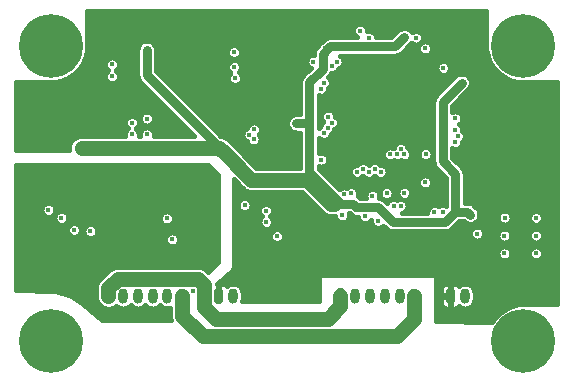
<source format=gbr>
G04 #@! TF.GenerationSoftware,KiCad,Pcbnew,(5.1.10)-1*
G04 #@! TF.CreationDate,2022-10-27T19:37:03-07:00*
G04 #@! TF.ProjectId,Motor_Gen2L,4d6f746f-725f-4476-956e-324c2e6b6963,rev?*
G04 #@! TF.SameCoordinates,Original*
G04 #@! TF.FileFunction,Copper,L3,Inr*
G04 #@! TF.FilePolarity,Positive*
%FSLAX46Y46*%
G04 Gerber Fmt 4.6, Leading zero omitted, Abs format (unit mm)*
G04 Created by KiCad (PCBNEW (5.1.10)-1) date 2022-10-27 19:37:03*
%MOMM*%
%LPD*%
G01*
G04 APERTURE LIST*
G04 #@! TA.AperFunction,ComponentPad*
%ADD10O,0.800000X1.300000*%
G04 #@! TD*
G04 #@! TA.AperFunction,ComponentPad*
%ADD11C,0.800000*%
G04 #@! TD*
G04 #@! TA.AperFunction,ComponentPad*
%ADD12C,5.400000*%
G04 #@! TD*
G04 #@! TA.AperFunction,ViaPad*
%ADD13C,0.381000*%
G04 #@! TD*
G04 #@! TA.AperFunction,Conductor*
%ADD14C,0.762000*%
G04 #@! TD*
G04 #@! TA.AperFunction,Conductor*
%ADD15C,1.270000*%
G04 #@! TD*
G04 #@! TA.AperFunction,Conductor*
%ADD16C,0.400000*%
G04 #@! TD*
G04 #@! TA.AperFunction,Conductor*
%ADD17C,0.100000*%
G04 #@! TD*
G04 APERTURE END LIST*
D10*
X95450000Y-117700000D03*
G04 #@! TA.AperFunction,ComponentPad*
G36*
G01*
X93800000Y-118150000D02*
X93800000Y-117250000D01*
G75*
G02*
X94000000Y-117050000I200000J0D01*
G01*
X94400000Y-117050000D01*
G75*
G02*
X94600000Y-117250000I0J-200000D01*
G01*
X94600000Y-118150000D01*
G75*
G02*
X94400000Y-118350000I-200000J0D01*
G01*
X94000000Y-118350000D01*
G75*
G02*
X93800000Y-118150000I0J200000D01*
G01*
G37*
G04 #@! TD.AperFunction*
X115100000Y-117700000D03*
G04 #@! TA.AperFunction,ComponentPad*
G36*
G01*
X113450000Y-118150000D02*
X113450000Y-117250000D01*
G75*
G02*
X113650000Y-117050000I200000J0D01*
G01*
X114050000Y-117050000D01*
G75*
G02*
X114250000Y-117250000I0J-200000D01*
G01*
X114250000Y-118150000D01*
G75*
G02*
X114050000Y-118350000I-200000J0D01*
G01*
X113650000Y-118350000D01*
G75*
G02*
X113450000Y-118150000I0J200000D01*
G01*
G37*
G04 #@! TD.AperFunction*
X91150000Y-117700000D03*
X89900000Y-117700000D03*
X88650000Y-117700000D03*
X87400000Y-117700000D03*
X86150000Y-117700000D03*
G04 #@! TA.AperFunction,ComponentPad*
G36*
G01*
X84500000Y-118150000D02*
X84500000Y-117250000D01*
G75*
G02*
X84700000Y-117050000I200000J0D01*
G01*
X85100000Y-117050000D01*
G75*
G02*
X85300000Y-117250000I0J-200000D01*
G01*
X85300000Y-118150000D01*
G75*
G02*
X85100000Y-118350000I-200000J0D01*
G01*
X84700000Y-118350000D01*
G75*
G02*
X84500000Y-118150000I0J200000D01*
G01*
G37*
G04 #@! TD.AperFunction*
X110800000Y-117700000D03*
X109550000Y-117700000D03*
X108300000Y-117700000D03*
X107050000Y-117700000D03*
X105800000Y-117700000D03*
G04 #@! TA.AperFunction,ComponentPad*
G36*
G01*
X104150000Y-118150000D02*
X104150000Y-117250000D01*
G75*
G02*
X104350000Y-117050000I200000J0D01*
G01*
X104750000Y-117050000D01*
G75*
G02*
X104950000Y-117250000I0J-200000D01*
G01*
X104950000Y-118150000D01*
G75*
G02*
X104750000Y-118350000I-200000J0D01*
G01*
X104350000Y-118350000D01*
G75*
G02*
X104150000Y-118150000I0J200000D01*
G01*
G37*
G04 #@! TD.AperFunction*
D11*
X121431891Y-120068109D03*
X120000000Y-119475000D03*
X118568109Y-120068109D03*
X117975000Y-121500000D03*
X118568109Y-122931891D03*
X120000000Y-123525000D03*
X121431891Y-122931891D03*
X122025000Y-121500000D03*
D12*
X120000000Y-121500000D03*
D11*
X81431891Y-120068109D03*
X80000000Y-119475000D03*
X78568109Y-120068109D03*
X77975000Y-121500000D03*
X78568109Y-122931891D03*
X80000000Y-123525000D03*
X81431891Y-122931891D03*
X82025000Y-121500000D03*
D12*
X80000000Y-121500000D03*
D11*
X81431891Y-95068109D03*
X80000000Y-94475000D03*
X78568109Y-95068109D03*
X77975000Y-96500000D03*
X78568109Y-97931891D03*
X80000000Y-98525000D03*
X81431891Y-97931891D03*
X82025000Y-96500000D03*
D12*
X80000000Y-96500000D03*
D11*
X121431891Y-95068109D03*
X120000000Y-94475000D03*
X118568109Y-95068109D03*
X117975000Y-96500000D03*
X118568109Y-97931891D03*
X120000000Y-98525000D03*
X121431891Y-97931891D03*
X122025000Y-96500000D03*
D12*
X120000000Y-96500000D03*
D13*
X107250000Y-109200000D03*
X104688108Y-110861888D03*
X106650000Y-109200000D03*
X114400000Y-105650000D03*
X114875000Y-98650000D03*
X114875000Y-102125000D03*
X101500000Y-96300000D03*
X100100000Y-99175000D03*
X100750000Y-106825000D03*
X113375000Y-108275000D03*
X80000000Y-102700000D03*
X82000000Y-102700000D03*
X84500000Y-103200000D03*
X112500000Y-99150000D03*
X109450000Y-97625000D03*
X121600000Y-110600000D03*
X103900000Y-111331798D03*
X96425000Y-112000000D03*
X111200000Y-112350000D03*
X111200000Y-110350000D03*
X87700000Y-95600000D03*
X85200000Y-100100000D03*
X88475000Y-100525000D03*
X115925000Y-117825000D03*
X112800000Y-119600000D03*
X105000000Y-95250000D03*
X108375000Y-95500000D03*
X96300000Y-114700000D03*
X95500000Y-107900000D03*
X97200000Y-105200000D03*
X78700000Y-105000000D03*
X82800000Y-100000000D03*
X91950000Y-104000000D03*
X94950000Y-101925000D03*
X92000000Y-95550000D03*
X96875000Y-95550000D03*
X100000000Y-102850000D03*
X97975000Y-102825000D03*
X114700000Y-95675000D03*
X105750000Y-102700000D03*
X104175000Y-98900000D03*
X112075000Y-102900000D03*
X118575000Y-100625000D03*
X118725000Y-109750000D03*
X121600000Y-105825000D03*
X120300000Y-116200000D03*
X115325000Y-115475000D03*
X107800000Y-115500000D03*
X100925000Y-116925000D03*
X96275000Y-116875000D03*
X101700000Y-110275000D03*
X100750000Y-109100000D03*
X97925000Y-111950000D03*
X114750000Y-97400000D03*
X100825000Y-103069100D03*
X103475000Y-109900000D03*
X115525000Y-110800000D03*
X105875000Y-110400000D03*
X114225000Y-107325000D03*
X113425000Y-106400000D03*
X114800000Y-99650000D03*
X102875000Y-98650000D03*
X109950000Y-95775000D03*
X82625000Y-105150000D03*
X88137500Y-96862500D03*
X103200000Y-96725000D03*
X103800000Y-98225000D03*
X106950000Y-95825000D03*
X85200000Y-98075000D03*
X85200000Y-99100000D03*
X84725000Y-114200000D03*
X82025000Y-114275000D03*
X83900000Y-114250000D03*
X83775000Y-109175000D03*
X82000000Y-109300000D03*
X80000000Y-109300000D03*
X81150000Y-114275000D03*
X84325000Y-113300000D03*
X86175000Y-113325000D03*
X83850000Y-117775000D03*
X79500000Y-115100000D03*
X78300000Y-109200000D03*
X89300000Y-109200000D03*
X93250000Y-109375000D03*
X93550000Y-110350000D03*
X92925000Y-112225000D03*
X91300000Y-114450000D03*
X86100000Y-119400000D03*
X121100000Y-112575000D03*
X121100000Y-114075000D03*
X102925000Y-106150000D03*
X104875000Y-109075000D03*
X102250000Y-97850000D03*
X113200000Y-110575000D03*
X112500000Y-110575004D03*
X110950000Y-95825000D03*
X118450000Y-111050000D03*
X111725000Y-96725000D03*
X118425000Y-112575000D03*
X113250000Y-98375000D03*
X118425000Y-114075000D03*
X103500000Y-102500000D03*
X103825000Y-103025000D03*
X103450000Y-103425000D03*
X96425000Y-110000000D03*
X98264950Y-111419110D03*
X103150000Y-103900000D03*
X97228307Y-103586788D03*
X95550000Y-98300000D03*
X86875000Y-104000000D03*
X86900000Y-103025000D03*
X88150000Y-104000000D03*
X88150000Y-102675000D03*
X114275000Y-102650000D03*
X114500000Y-104150000D03*
X111725000Y-108075000D03*
X114275000Y-104650000D03*
X98250000Y-110475000D03*
X99175000Y-112625000D03*
X82000000Y-112100000D03*
X121100000Y-111075000D03*
X89850000Y-111125000D03*
X92025000Y-117250000D03*
X90300000Y-112900000D03*
X106200000Y-95225000D03*
X104225000Y-97850000D03*
X80925000Y-111075002D03*
X83375000Y-112205890D03*
X79810186Y-110399765D03*
X116125000Y-112400000D03*
X114275000Y-103650000D03*
X111750000Y-105675000D03*
X109950000Y-108950000D03*
X108450000Y-108975000D03*
X109050000Y-110050000D03*
X109650000Y-110050000D03*
X103150000Y-99650000D03*
X106625000Y-110950000D03*
X102900000Y-100150000D03*
X107725000Y-111350000D03*
X105950000Y-107175000D03*
X106450000Y-106925000D03*
X106950000Y-107175000D03*
X107450000Y-106925000D03*
X107950000Y-107175000D03*
X108750000Y-105700000D03*
X109350000Y-105700000D03*
X97200000Y-104425000D03*
X95525000Y-97050000D03*
X109950000Y-105700000D03*
X109650000Y-105225000D03*
X96836059Y-104035032D03*
X95625000Y-99250000D03*
X105450000Y-108975000D03*
D14*
X114275000Y-110575000D02*
X114275000Y-107375000D01*
X114275000Y-107375000D02*
X113200000Y-106300000D01*
X113200000Y-101250000D02*
X114800000Y-99650000D01*
X113200000Y-106300000D02*
X113200000Y-101250000D01*
X115300000Y-110575000D02*
X115525000Y-110800000D01*
X114275000Y-110575000D02*
X115300000Y-110575000D01*
X105628012Y-109900000D02*
X104600000Y-109900000D01*
X104600000Y-109900000D02*
X101925000Y-107225000D01*
X101680900Y-103069100D02*
X101925000Y-102825000D01*
X100825000Y-103069100D02*
X101680900Y-103069100D01*
X101925000Y-107225000D02*
X101925000Y-102825000D01*
X101925000Y-99600000D02*
X102875000Y-98650000D01*
X101925000Y-99675000D02*
X101925000Y-99600000D01*
X101925000Y-102825000D02*
X101925000Y-99675000D01*
X109950000Y-95775000D02*
X109175000Y-96550000D01*
X109175000Y-96550000D02*
X103700000Y-96550000D01*
X103065499Y-97184501D02*
X103700000Y-96550000D01*
X103065499Y-98459501D02*
X103065499Y-97184501D01*
X102875000Y-98650000D02*
X103065499Y-98459501D01*
X103475000Y-109900000D02*
X103975000Y-109900000D01*
X103975000Y-109900000D02*
X105628012Y-109900000D01*
D15*
X97000000Y-107850000D02*
X94675000Y-105525000D01*
X101700000Y-107850000D02*
X97000000Y-107850000D01*
X103750000Y-109900000D02*
X101700000Y-107850000D01*
X103975000Y-109900000D02*
X103750000Y-109900000D01*
D14*
X88137500Y-98987500D02*
X94675000Y-105525000D01*
X88137500Y-96862500D02*
X88137500Y-98987500D01*
D15*
X94300000Y-105150000D02*
X82625000Y-105150000D01*
X94675000Y-105525000D02*
X94300000Y-105150000D01*
D14*
X113425000Y-111425000D02*
X114275000Y-110575000D01*
X109000000Y-111425000D02*
X113425000Y-111425000D01*
X107744910Y-110169910D02*
X109000000Y-111425000D01*
X105897922Y-110169910D02*
X107744910Y-110169910D01*
X105628012Y-109900000D02*
X105897922Y-110169910D01*
D15*
X109320000Y-121100000D02*
X110800000Y-119620000D01*
X92875000Y-121100000D02*
X109320000Y-121100000D01*
X110800000Y-119620000D02*
X110800000Y-117700000D01*
X91150000Y-119375000D02*
X92875000Y-121100000D01*
X91150000Y-117700000D02*
X91150000Y-119375000D01*
X104550000Y-118550000D02*
X104550000Y-117700000D01*
X103500000Y-119600000D02*
X104550000Y-118550000D01*
X94000000Y-119600000D02*
X103500000Y-119600000D01*
X93002901Y-118602901D02*
X94000000Y-119600000D01*
X93002901Y-116780607D02*
X93002901Y-118602901D01*
X92472294Y-116250000D02*
X93002901Y-116780607D01*
X85670749Y-116250000D02*
X92472294Y-116250000D01*
X84900000Y-117020749D02*
X85670749Y-116250000D01*
X84900000Y-117700000D02*
X84900000Y-117020749D01*
D16*
X94200000Y-107482842D02*
X94200000Y-114817158D01*
X93353844Y-115663315D01*
X93242481Y-115551952D01*
X93209964Y-115512330D01*
X93051878Y-115382592D01*
X92871518Y-115286188D01*
X92675817Y-115226822D01*
X92523294Y-115211800D01*
X92523284Y-115211800D01*
X92472294Y-115206778D01*
X92421304Y-115211800D01*
X85721749Y-115211800D01*
X85670749Y-115206777D01*
X85619749Y-115211800D01*
X85467226Y-115226822D01*
X85271525Y-115286188D01*
X85091165Y-115382592D01*
X84933079Y-115512330D01*
X84900566Y-115551947D01*
X84201947Y-116250567D01*
X84162331Y-116283079D01*
X84129820Y-116322694D01*
X84032592Y-116441166D01*
X83936189Y-116621525D01*
X83876822Y-116817226D01*
X83861800Y-116969749D01*
X83861800Y-116969759D01*
X83856778Y-117020749D01*
X83861800Y-117071739D01*
X83861800Y-117750999D01*
X83876822Y-117903522D01*
X83936188Y-118099223D01*
X84032592Y-118279584D01*
X84162330Y-118437670D01*
X84177587Y-118450191D01*
X84196836Y-118486203D01*
X84272094Y-118577906D01*
X84363797Y-118653164D01*
X84468419Y-118709086D01*
X84581941Y-118743522D01*
X84700000Y-118755150D01*
X85100000Y-118755150D01*
X85218059Y-118743522D01*
X85331581Y-118709086D01*
X85436203Y-118653164D01*
X85527906Y-118577906D01*
X85577081Y-118517986D01*
X85579305Y-118520696D01*
X85701608Y-118621067D01*
X85841143Y-118695650D01*
X85992546Y-118741578D01*
X86150000Y-118757086D01*
X86307455Y-118741578D01*
X86458858Y-118695650D01*
X86598393Y-118621067D01*
X86720696Y-118520696D01*
X86775000Y-118454526D01*
X86829305Y-118520696D01*
X86951608Y-118621067D01*
X87091143Y-118695650D01*
X87242546Y-118741578D01*
X87400000Y-118757086D01*
X87557455Y-118741578D01*
X87708858Y-118695650D01*
X87848393Y-118621067D01*
X87970696Y-118520696D01*
X88025000Y-118454526D01*
X88079305Y-118520696D01*
X88201608Y-118621067D01*
X88341143Y-118695650D01*
X88492546Y-118741578D01*
X88650000Y-118757086D01*
X88807455Y-118741578D01*
X88958858Y-118695650D01*
X89098393Y-118621067D01*
X89220696Y-118520696D01*
X89275000Y-118454526D01*
X89329305Y-118520696D01*
X89451608Y-118621067D01*
X89591143Y-118695650D01*
X89742546Y-118741578D01*
X89900000Y-118757086D01*
X90057455Y-118741578D01*
X90111801Y-118725092D01*
X90111801Y-119324001D01*
X90106778Y-119375000D01*
X90111801Y-119426000D01*
X90124615Y-119556099D01*
X90126823Y-119578522D01*
X90163673Y-119700000D01*
X84325147Y-119700000D01*
X82781701Y-118349485D01*
X82760940Y-118333590D01*
X81860940Y-117733590D01*
X81809280Y-117708987D01*
X80359280Y-117258987D01*
X80302500Y-117250016D01*
X77078200Y-117209712D01*
X77078200Y-112841526D01*
X89706300Y-112841526D01*
X89706300Y-112958474D01*
X89729115Y-113073176D01*
X89773870Y-113181223D01*
X89838843Y-113278462D01*
X89921538Y-113361157D01*
X90018777Y-113426130D01*
X90126824Y-113470885D01*
X90241526Y-113493700D01*
X90358474Y-113493700D01*
X90473176Y-113470885D01*
X90581223Y-113426130D01*
X90678462Y-113361157D01*
X90761157Y-113278462D01*
X90826130Y-113181223D01*
X90870885Y-113073176D01*
X90893700Y-112958474D01*
X90893700Y-112841526D01*
X90870885Y-112726824D01*
X90826130Y-112618777D01*
X90761157Y-112521538D01*
X90678462Y-112438843D01*
X90581223Y-112373870D01*
X90473176Y-112329115D01*
X90358474Y-112306300D01*
X90241526Y-112306300D01*
X90126824Y-112329115D01*
X90018777Y-112373870D01*
X89921538Y-112438843D01*
X89838843Y-112521538D01*
X89773870Y-112618777D01*
X89729115Y-112726824D01*
X89706300Y-112841526D01*
X77078200Y-112841526D01*
X77078200Y-112041526D01*
X81406300Y-112041526D01*
X81406300Y-112158474D01*
X81429115Y-112273176D01*
X81473870Y-112381223D01*
X81538843Y-112478462D01*
X81621538Y-112561157D01*
X81718777Y-112626130D01*
X81826824Y-112670885D01*
X81941526Y-112693700D01*
X82058474Y-112693700D01*
X82173176Y-112670885D01*
X82281223Y-112626130D01*
X82378462Y-112561157D01*
X82461157Y-112478462D01*
X82526130Y-112381223D01*
X82570885Y-112273176D01*
X82593700Y-112158474D01*
X82593700Y-112147416D01*
X82781300Y-112147416D01*
X82781300Y-112264364D01*
X82804115Y-112379066D01*
X82848870Y-112487113D01*
X82913843Y-112584352D01*
X82996538Y-112667047D01*
X83093777Y-112732020D01*
X83201824Y-112776775D01*
X83316526Y-112799590D01*
X83433474Y-112799590D01*
X83548176Y-112776775D01*
X83656223Y-112732020D01*
X83753462Y-112667047D01*
X83836157Y-112584352D01*
X83901130Y-112487113D01*
X83945885Y-112379066D01*
X83968700Y-112264364D01*
X83968700Y-112147416D01*
X83945885Y-112032714D01*
X83901130Y-111924667D01*
X83836157Y-111827428D01*
X83753462Y-111744733D01*
X83656223Y-111679760D01*
X83548176Y-111635005D01*
X83433474Y-111612190D01*
X83316526Y-111612190D01*
X83201824Y-111635005D01*
X83093777Y-111679760D01*
X82996538Y-111744733D01*
X82913843Y-111827428D01*
X82848870Y-111924667D01*
X82804115Y-112032714D01*
X82781300Y-112147416D01*
X82593700Y-112147416D01*
X82593700Y-112041526D01*
X82570885Y-111926824D01*
X82526130Y-111818777D01*
X82461157Y-111721538D01*
X82378462Y-111638843D01*
X82281223Y-111573870D01*
X82173176Y-111529115D01*
X82058474Y-111506300D01*
X81941526Y-111506300D01*
X81826824Y-111529115D01*
X81718777Y-111573870D01*
X81621538Y-111638843D01*
X81538843Y-111721538D01*
X81473870Y-111818777D01*
X81429115Y-111926824D01*
X81406300Y-112041526D01*
X77078200Y-112041526D01*
X77078200Y-111016528D01*
X80331300Y-111016528D01*
X80331300Y-111133476D01*
X80354115Y-111248178D01*
X80398870Y-111356225D01*
X80463843Y-111453464D01*
X80546538Y-111536159D01*
X80643777Y-111601132D01*
X80751824Y-111645887D01*
X80866526Y-111668702D01*
X80983474Y-111668702D01*
X81098176Y-111645887D01*
X81206223Y-111601132D01*
X81303462Y-111536159D01*
X81386157Y-111453464D01*
X81451130Y-111356225D01*
X81495885Y-111248178D01*
X81518700Y-111133476D01*
X81518700Y-111066526D01*
X89256300Y-111066526D01*
X89256300Y-111183474D01*
X89279115Y-111298176D01*
X89323870Y-111406223D01*
X89388843Y-111503462D01*
X89471538Y-111586157D01*
X89568777Y-111651130D01*
X89676824Y-111695885D01*
X89791526Y-111718700D01*
X89908474Y-111718700D01*
X90023176Y-111695885D01*
X90131223Y-111651130D01*
X90228462Y-111586157D01*
X90311157Y-111503462D01*
X90376130Y-111406223D01*
X90420885Y-111298176D01*
X90443700Y-111183474D01*
X90443700Y-111066526D01*
X90420885Y-110951824D01*
X90376130Y-110843777D01*
X90311157Y-110746538D01*
X90228462Y-110663843D01*
X90131223Y-110598870D01*
X90023176Y-110554115D01*
X89908474Y-110531300D01*
X89791526Y-110531300D01*
X89676824Y-110554115D01*
X89568777Y-110598870D01*
X89471538Y-110663843D01*
X89388843Y-110746538D01*
X89323870Y-110843777D01*
X89279115Y-110951824D01*
X89256300Y-111066526D01*
X81518700Y-111066526D01*
X81518700Y-111016528D01*
X81495885Y-110901826D01*
X81451130Y-110793779D01*
X81386157Y-110696540D01*
X81303462Y-110613845D01*
X81206223Y-110548872D01*
X81098176Y-110504117D01*
X80983474Y-110481302D01*
X80866526Y-110481302D01*
X80751824Y-110504117D01*
X80643777Y-110548872D01*
X80546538Y-110613845D01*
X80463843Y-110696540D01*
X80398870Y-110793779D01*
X80354115Y-110901826D01*
X80331300Y-111016528D01*
X77078200Y-111016528D01*
X77078200Y-110341291D01*
X79216486Y-110341291D01*
X79216486Y-110458239D01*
X79239301Y-110572941D01*
X79284056Y-110680988D01*
X79349029Y-110778227D01*
X79431724Y-110860922D01*
X79528963Y-110925895D01*
X79637010Y-110970650D01*
X79751712Y-110993465D01*
X79868660Y-110993465D01*
X79983362Y-110970650D01*
X80091409Y-110925895D01*
X80188648Y-110860922D01*
X80271343Y-110778227D01*
X80336316Y-110680988D01*
X80381071Y-110572941D01*
X80403886Y-110458239D01*
X80403886Y-110341291D01*
X80381071Y-110226589D01*
X80336316Y-110118542D01*
X80271343Y-110021303D01*
X80188648Y-109938608D01*
X80091409Y-109873635D01*
X79983362Y-109828880D01*
X79868660Y-109806065D01*
X79751712Y-109806065D01*
X79637010Y-109828880D01*
X79528963Y-109873635D01*
X79431724Y-109938608D01*
X79349029Y-110021303D01*
X79284056Y-110118542D01*
X79239301Y-110226589D01*
X79216486Y-110341291D01*
X77078200Y-110341291D01*
X77078200Y-106600000D01*
X93317158Y-106600000D01*
X94200000Y-107482842D01*
G04 #@! TA.AperFunction,Conductor*
D17*
G36*
X94200000Y-107482842D02*
G01*
X94200000Y-114817158D01*
X93353844Y-115663315D01*
X93242481Y-115551952D01*
X93209964Y-115512330D01*
X93051878Y-115382592D01*
X92871518Y-115286188D01*
X92675817Y-115226822D01*
X92523294Y-115211800D01*
X92523284Y-115211800D01*
X92472294Y-115206778D01*
X92421304Y-115211800D01*
X85721749Y-115211800D01*
X85670749Y-115206777D01*
X85619749Y-115211800D01*
X85467226Y-115226822D01*
X85271525Y-115286188D01*
X85091165Y-115382592D01*
X84933079Y-115512330D01*
X84900566Y-115551947D01*
X84201947Y-116250567D01*
X84162331Y-116283079D01*
X84129820Y-116322694D01*
X84032592Y-116441166D01*
X83936189Y-116621525D01*
X83876822Y-116817226D01*
X83861800Y-116969749D01*
X83861800Y-116969759D01*
X83856778Y-117020749D01*
X83861800Y-117071739D01*
X83861800Y-117750999D01*
X83876822Y-117903522D01*
X83936188Y-118099223D01*
X84032592Y-118279584D01*
X84162330Y-118437670D01*
X84177587Y-118450191D01*
X84196836Y-118486203D01*
X84272094Y-118577906D01*
X84363797Y-118653164D01*
X84468419Y-118709086D01*
X84581941Y-118743522D01*
X84700000Y-118755150D01*
X85100000Y-118755150D01*
X85218059Y-118743522D01*
X85331581Y-118709086D01*
X85436203Y-118653164D01*
X85527906Y-118577906D01*
X85577081Y-118517986D01*
X85579305Y-118520696D01*
X85701608Y-118621067D01*
X85841143Y-118695650D01*
X85992546Y-118741578D01*
X86150000Y-118757086D01*
X86307455Y-118741578D01*
X86458858Y-118695650D01*
X86598393Y-118621067D01*
X86720696Y-118520696D01*
X86775000Y-118454526D01*
X86829305Y-118520696D01*
X86951608Y-118621067D01*
X87091143Y-118695650D01*
X87242546Y-118741578D01*
X87400000Y-118757086D01*
X87557455Y-118741578D01*
X87708858Y-118695650D01*
X87848393Y-118621067D01*
X87970696Y-118520696D01*
X88025000Y-118454526D01*
X88079305Y-118520696D01*
X88201608Y-118621067D01*
X88341143Y-118695650D01*
X88492546Y-118741578D01*
X88650000Y-118757086D01*
X88807455Y-118741578D01*
X88958858Y-118695650D01*
X89098393Y-118621067D01*
X89220696Y-118520696D01*
X89275000Y-118454526D01*
X89329305Y-118520696D01*
X89451608Y-118621067D01*
X89591143Y-118695650D01*
X89742546Y-118741578D01*
X89900000Y-118757086D01*
X90057455Y-118741578D01*
X90111801Y-118725092D01*
X90111801Y-119324001D01*
X90106778Y-119375000D01*
X90111801Y-119426000D01*
X90124615Y-119556099D01*
X90126823Y-119578522D01*
X90163673Y-119700000D01*
X84325147Y-119700000D01*
X82781701Y-118349485D01*
X82760940Y-118333590D01*
X81860940Y-117733590D01*
X81809280Y-117708987D01*
X80359280Y-117258987D01*
X80302500Y-117250016D01*
X77078200Y-117209712D01*
X77078200Y-112841526D01*
X89706300Y-112841526D01*
X89706300Y-112958474D01*
X89729115Y-113073176D01*
X89773870Y-113181223D01*
X89838843Y-113278462D01*
X89921538Y-113361157D01*
X90018777Y-113426130D01*
X90126824Y-113470885D01*
X90241526Y-113493700D01*
X90358474Y-113493700D01*
X90473176Y-113470885D01*
X90581223Y-113426130D01*
X90678462Y-113361157D01*
X90761157Y-113278462D01*
X90826130Y-113181223D01*
X90870885Y-113073176D01*
X90893700Y-112958474D01*
X90893700Y-112841526D01*
X90870885Y-112726824D01*
X90826130Y-112618777D01*
X90761157Y-112521538D01*
X90678462Y-112438843D01*
X90581223Y-112373870D01*
X90473176Y-112329115D01*
X90358474Y-112306300D01*
X90241526Y-112306300D01*
X90126824Y-112329115D01*
X90018777Y-112373870D01*
X89921538Y-112438843D01*
X89838843Y-112521538D01*
X89773870Y-112618777D01*
X89729115Y-112726824D01*
X89706300Y-112841526D01*
X77078200Y-112841526D01*
X77078200Y-112041526D01*
X81406300Y-112041526D01*
X81406300Y-112158474D01*
X81429115Y-112273176D01*
X81473870Y-112381223D01*
X81538843Y-112478462D01*
X81621538Y-112561157D01*
X81718777Y-112626130D01*
X81826824Y-112670885D01*
X81941526Y-112693700D01*
X82058474Y-112693700D01*
X82173176Y-112670885D01*
X82281223Y-112626130D01*
X82378462Y-112561157D01*
X82461157Y-112478462D01*
X82526130Y-112381223D01*
X82570885Y-112273176D01*
X82593700Y-112158474D01*
X82593700Y-112147416D01*
X82781300Y-112147416D01*
X82781300Y-112264364D01*
X82804115Y-112379066D01*
X82848870Y-112487113D01*
X82913843Y-112584352D01*
X82996538Y-112667047D01*
X83093777Y-112732020D01*
X83201824Y-112776775D01*
X83316526Y-112799590D01*
X83433474Y-112799590D01*
X83548176Y-112776775D01*
X83656223Y-112732020D01*
X83753462Y-112667047D01*
X83836157Y-112584352D01*
X83901130Y-112487113D01*
X83945885Y-112379066D01*
X83968700Y-112264364D01*
X83968700Y-112147416D01*
X83945885Y-112032714D01*
X83901130Y-111924667D01*
X83836157Y-111827428D01*
X83753462Y-111744733D01*
X83656223Y-111679760D01*
X83548176Y-111635005D01*
X83433474Y-111612190D01*
X83316526Y-111612190D01*
X83201824Y-111635005D01*
X83093777Y-111679760D01*
X82996538Y-111744733D01*
X82913843Y-111827428D01*
X82848870Y-111924667D01*
X82804115Y-112032714D01*
X82781300Y-112147416D01*
X82593700Y-112147416D01*
X82593700Y-112041526D01*
X82570885Y-111926824D01*
X82526130Y-111818777D01*
X82461157Y-111721538D01*
X82378462Y-111638843D01*
X82281223Y-111573870D01*
X82173176Y-111529115D01*
X82058474Y-111506300D01*
X81941526Y-111506300D01*
X81826824Y-111529115D01*
X81718777Y-111573870D01*
X81621538Y-111638843D01*
X81538843Y-111721538D01*
X81473870Y-111818777D01*
X81429115Y-111926824D01*
X81406300Y-112041526D01*
X77078200Y-112041526D01*
X77078200Y-111016528D01*
X80331300Y-111016528D01*
X80331300Y-111133476D01*
X80354115Y-111248178D01*
X80398870Y-111356225D01*
X80463843Y-111453464D01*
X80546538Y-111536159D01*
X80643777Y-111601132D01*
X80751824Y-111645887D01*
X80866526Y-111668702D01*
X80983474Y-111668702D01*
X81098176Y-111645887D01*
X81206223Y-111601132D01*
X81303462Y-111536159D01*
X81386157Y-111453464D01*
X81451130Y-111356225D01*
X81495885Y-111248178D01*
X81518700Y-111133476D01*
X81518700Y-111066526D01*
X89256300Y-111066526D01*
X89256300Y-111183474D01*
X89279115Y-111298176D01*
X89323870Y-111406223D01*
X89388843Y-111503462D01*
X89471538Y-111586157D01*
X89568777Y-111651130D01*
X89676824Y-111695885D01*
X89791526Y-111718700D01*
X89908474Y-111718700D01*
X90023176Y-111695885D01*
X90131223Y-111651130D01*
X90228462Y-111586157D01*
X90311157Y-111503462D01*
X90376130Y-111406223D01*
X90420885Y-111298176D01*
X90443700Y-111183474D01*
X90443700Y-111066526D01*
X90420885Y-110951824D01*
X90376130Y-110843777D01*
X90311157Y-110746538D01*
X90228462Y-110663843D01*
X90131223Y-110598870D01*
X90023176Y-110554115D01*
X89908474Y-110531300D01*
X89791526Y-110531300D01*
X89676824Y-110554115D01*
X89568777Y-110598870D01*
X89471538Y-110663843D01*
X89388843Y-110746538D01*
X89323870Y-110843777D01*
X89279115Y-110951824D01*
X89256300Y-111066526D01*
X81518700Y-111066526D01*
X81518700Y-111016528D01*
X81495885Y-110901826D01*
X81451130Y-110793779D01*
X81386157Y-110696540D01*
X81303462Y-110613845D01*
X81206223Y-110548872D01*
X81098176Y-110504117D01*
X80983474Y-110481302D01*
X80866526Y-110481302D01*
X80751824Y-110504117D01*
X80643777Y-110548872D01*
X80546538Y-110613845D01*
X80463843Y-110696540D01*
X80398870Y-110793779D01*
X80354115Y-110901826D01*
X80331300Y-111016528D01*
X77078200Y-111016528D01*
X77078200Y-110341291D01*
X79216486Y-110341291D01*
X79216486Y-110458239D01*
X79239301Y-110572941D01*
X79284056Y-110680988D01*
X79349029Y-110778227D01*
X79431724Y-110860922D01*
X79528963Y-110925895D01*
X79637010Y-110970650D01*
X79751712Y-110993465D01*
X79868660Y-110993465D01*
X79983362Y-110970650D01*
X80091409Y-110925895D01*
X80188648Y-110860922D01*
X80271343Y-110778227D01*
X80336316Y-110680988D01*
X80381071Y-110572941D01*
X80403886Y-110458239D01*
X80403886Y-110341291D01*
X80381071Y-110226589D01*
X80336316Y-110118542D01*
X80271343Y-110021303D01*
X80188648Y-109938608D01*
X80091409Y-109873635D01*
X79983362Y-109828880D01*
X79868660Y-109806065D01*
X79751712Y-109806065D01*
X79637010Y-109828880D01*
X79528963Y-109873635D01*
X79431724Y-109938608D01*
X79349029Y-110021303D01*
X79284056Y-110118542D01*
X79239301Y-110226589D01*
X79216486Y-110341291D01*
X77078200Y-110341291D01*
X77078200Y-106600000D01*
X93317158Y-106600000D01*
X94200000Y-107482842D01*
G37*
G04 #@! TD.AperFunction*
D16*
X116900000Y-96178273D02*
X116896800Y-96194361D01*
X116896800Y-96805639D01*
X117016054Y-97405170D01*
X117249980Y-97969916D01*
X117589587Y-98478175D01*
X118021825Y-98910413D01*
X118530084Y-99250020D01*
X119094830Y-99483946D01*
X119694361Y-99603200D01*
X120305639Y-99603200D01*
X120321727Y-99600000D01*
X122921801Y-99600000D01*
X122921800Y-118400000D01*
X120321727Y-118400000D01*
X120305639Y-118396800D01*
X119694361Y-118396800D01*
X119094830Y-118516054D01*
X118530084Y-118749980D01*
X118021825Y-119089587D01*
X117589587Y-119521825D01*
X117339034Y-119896805D01*
X112600000Y-119803883D01*
X112600000Y-118350000D01*
X113044849Y-118350000D01*
X113052634Y-118429041D01*
X113075689Y-118505045D01*
X113113129Y-118575090D01*
X113163515Y-118636485D01*
X113224910Y-118686871D01*
X113294955Y-118724311D01*
X113370959Y-118747366D01*
X113450000Y-118755151D01*
X113695200Y-118753200D01*
X113796000Y-118652400D01*
X113796000Y-117754000D01*
X113147600Y-117754000D01*
X113046800Y-117854800D01*
X113044849Y-118350000D01*
X112600000Y-118350000D01*
X112600000Y-117050000D01*
X113044849Y-117050000D01*
X113046800Y-117545200D01*
X113147600Y-117646000D01*
X113796000Y-117646000D01*
X113796000Y-116747600D01*
X113904000Y-116747600D01*
X113904000Y-117646000D01*
X113924000Y-117646000D01*
X113924000Y-117754000D01*
X113904000Y-117754000D01*
X113904000Y-118652400D01*
X114004800Y-118753200D01*
X114250000Y-118755151D01*
X114329041Y-118747366D01*
X114405045Y-118724311D01*
X114475090Y-118686871D01*
X114536485Y-118636485D01*
X114586871Y-118575090D01*
X114589528Y-118570119D01*
X114651608Y-118621067D01*
X114791143Y-118695650D01*
X114942546Y-118741578D01*
X115100000Y-118757086D01*
X115257455Y-118741578D01*
X115408858Y-118695650D01*
X115548393Y-118621067D01*
X115670696Y-118520696D01*
X115771067Y-118398393D01*
X115845650Y-118258858D01*
X115891578Y-118107455D01*
X115903200Y-117989455D01*
X115903200Y-117410545D01*
X115891578Y-117292545D01*
X115845650Y-117141142D01*
X115771067Y-117001607D01*
X115670696Y-116879304D01*
X115548392Y-116778933D01*
X115408857Y-116704350D01*
X115257454Y-116658422D01*
X115100000Y-116642914D01*
X114942545Y-116658422D01*
X114791142Y-116704350D01*
X114651607Y-116778933D01*
X114589528Y-116829880D01*
X114586871Y-116824910D01*
X114536485Y-116763515D01*
X114475090Y-116713129D01*
X114405045Y-116675689D01*
X114329041Y-116652634D01*
X114250000Y-116644849D01*
X114004800Y-116646800D01*
X113904000Y-116747600D01*
X113796000Y-116747600D01*
X113695200Y-116646800D01*
X113450000Y-116644849D01*
X113370959Y-116652634D01*
X113294955Y-116675689D01*
X113224910Y-116713129D01*
X113163515Y-116763515D01*
X113113129Y-116824910D01*
X113075689Y-116894955D01*
X113052634Y-116970959D01*
X113044849Y-117050000D01*
X112600000Y-117050000D01*
X112600000Y-116100000D01*
X112596157Y-116060982D01*
X112584776Y-116023463D01*
X112566294Y-115988886D01*
X112541421Y-115958579D01*
X112511114Y-115933706D01*
X112476537Y-115915224D01*
X112439018Y-115903843D01*
X112400000Y-115900000D01*
X102900000Y-115900000D01*
X102860982Y-115903843D01*
X102823463Y-115915224D01*
X102788886Y-115933706D01*
X102758579Y-115958579D01*
X102733706Y-115988886D01*
X102715224Y-116023463D01*
X102703843Y-116060982D01*
X102700000Y-116100000D01*
X102700000Y-118100000D01*
X96242312Y-118100000D01*
X96253200Y-117989455D01*
X96253200Y-117410545D01*
X96241578Y-117292545D01*
X96195650Y-117141142D01*
X96121067Y-117001607D01*
X96020696Y-116879304D01*
X95898392Y-116778933D01*
X95758857Y-116704350D01*
X95607454Y-116658422D01*
X95450000Y-116642914D01*
X95292545Y-116658422D01*
X95141142Y-116704350D01*
X95001607Y-116778933D01*
X94939528Y-116829880D01*
X94936871Y-116824910D01*
X94886485Y-116763515D01*
X94825090Y-116713129D01*
X94755045Y-116675689D01*
X94679041Y-116652634D01*
X94600000Y-116644849D01*
X94354800Y-116646800D01*
X94254000Y-116747600D01*
X94254000Y-117646000D01*
X94274000Y-117646000D01*
X94274000Y-117754000D01*
X94254000Y-117754000D01*
X94254000Y-117774000D01*
X94146000Y-117774000D01*
X94146000Y-117754000D01*
X94126000Y-117754000D01*
X94126000Y-117646000D01*
X94146000Y-117646000D01*
X94146000Y-116747600D01*
X94100000Y-116701600D01*
X94100000Y-116687214D01*
X95436090Y-115446559D01*
X95462067Y-115417193D01*
X95481817Y-115383323D01*
X95494579Y-115346251D01*
X95500000Y-115300000D01*
X95500000Y-114016526D01*
X117831300Y-114016526D01*
X117831300Y-114133474D01*
X117854115Y-114248176D01*
X117898870Y-114356223D01*
X117963843Y-114453462D01*
X118046538Y-114536157D01*
X118143777Y-114601130D01*
X118251824Y-114645885D01*
X118366526Y-114668700D01*
X118483474Y-114668700D01*
X118598176Y-114645885D01*
X118706223Y-114601130D01*
X118803462Y-114536157D01*
X118886157Y-114453462D01*
X118951130Y-114356223D01*
X118995885Y-114248176D01*
X119018700Y-114133474D01*
X119018700Y-114016526D01*
X120506300Y-114016526D01*
X120506300Y-114133474D01*
X120529115Y-114248176D01*
X120573870Y-114356223D01*
X120638843Y-114453462D01*
X120721538Y-114536157D01*
X120818777Y-114601130D01*
X120926824Y-114645885D01*
X121041526Y-114668700D01*
X121158474Y-114668700D01*
X121273176Y-114645885D01*
X121381223Y-114601130D01*
X121478462Y-114536157D01*
X121561157Y-114453462D01*
X121626130Y-114356223D01*
X121670885Y-114248176D01*
X121693700Y-114133474D01*
X121693700Y-114016526D01*
X121670885Y-113901824D01*
X121626130Y-113793777D01*
X121561157Y-113696538D01*
X121478462Y-113613843D01*
X121381223Y-113548870D01*
X121273176Y-113504115D01*
X121158474Y-113481300D01*
X121041526Y-113481300D01*
X120926824Y-113504115D01*
X120818777Y-113548870D01*
X120721538Y-113613843D01*
X120638843Y-113696538D01*
X120573870Y-113793777D01*
X120529115Y-113901824D01*
X120506300Y-114016526D01*
X119018700Y-114016526D01*
X118995885Y-113901824D01*
X118951130Y-113793777D01*
X118886157Y-113696538D01*
X118803462Y-113613843D01*
X118706223Y-113548870D01*
X118598176Y-113504115D01*
X118483474Y-113481300D01*
X118366526Y-113481300D01*
X118251824Y-113504115D01*
X118143777Y-113548870D01*
X118046538Y-113613843D01*
X117963843Y-113696538D01*
X117898870Y-113793777D01*
X117854115Y-113901824D01*
X117831300Y-114016526D01*
X95500000Y-114016526D01*
X95500000Y-112566526D01*
X98581300Y-112566526D01*
X98581300Y-112683474D01*
X98604115Y-112798176D01*
X98648870Y-112906223D01*
X98713843Y-113003462D01*
X98796538Y-113086157D01*
X98893777Y-113151130D01*
X99001824Y-113195885D01*
X99116526Y-113218700D01*
X99233474Y-113218700D01*
X99348176Y-113195885D01*
X99456223Y-113151130D01*
X99553462Y-113086157D01*
X99636157Y-113003462D01*
X99701130Y-112906223D01*
X99745885Y-112798176D01*
X99768700Y-112683474D01*
X99768700Y-112566526D01*
X99745885Y-112451824D01*
X99701130Y-112343777D01*
X99699626Y-112341526D01*
X115531300Y-112341526D01*
X115531300Y-112458474D01*
X115554115Y-112573176D01*
X115598870Y-112681223D01*
X115663843Y-112778462D01*
X115746538Y-112861157D01*
X115843777Y-112926130D01*
X115951824Y-112970885D01*
X116066526Y-112993700D01*
X116183474Y-112993700D01*
X116298176Y-112970885D01*
X116406223Y-112926130D01*
X116503462Y-112861157D01*
X116586157Y-112778462D01*
X116651130Y-112681223D01*
X116695885Y-112573176D01*
X116707153Y-112516526D01*
X117831300Y-112516526D01*
X117831300Y-112633474D01*
X117854115Y-112748176D01*
X117898870Y-112856223D01*
X117963843Y-112953462D01*
X118046538Y-113036157D01*
X118143777Y-113101130D01*
X118251824Y-113145885D01*
X118366526Y-113168700D01*
X118483474Y-113168700D01*
X118598176Y-113145885D01*
X118706223Y-113101130D01*
X118803462Y-113036157D01*
X118886157Y-112953462D01*
X118951130Y-112856223D01*
X118995885Y-112748176D01*
X119018700Y-112633474D01*
X119018700Y-112516526D01*
X120506300Y-112516526D01*
X120506300Y-112633474D01*
X120529115Y-112748176D01*
X120573870Y-112856223D01*
X120638843Y-112953462D01*
X120721538Y-113036157D01*
X120818777Y-113101130D01*
X120926824Y-113145885D01*
X121041526Y-113168700D01*
X121158474Y-113168700D01*
X121273176Y-113145885D01*
X121381223Y-113101130D01*
X121478462Y-113036157D01*
X121561157Y-112953462D01*
X121626130Y-112856223D01*
X121670885Y-112748176D01*
X121693700Y-112633474D01*
X121693700Y-112516526D01*
X121670885Y-112401824D01*
X121626130Y-112293777D01*
X121561157Y-112196538D01*
X121478462Y-112113843D01*
X121381223Y-112048870D01*
X121273176Y-112004115D01*
X121158474Y-111981300D01*
X121041526Y-111981300D01*
X120926824Y-112004115D01*
X120818777Y-112048870D01*
X120721538Y-112113843D01*
X120638843Y-112196538D01*
X120573870Y-112293777D01*
X120529115Y-112401824D01*
X120506300Y-112516526D01*
X119018700Y-112516526D01*
X118995885Y-112401824D01*
X118951130Y-112293777D01*
X118886157Y-112196538D01*
X118803462Y-112113843D01*
X118706223Y-112048870D01*
X118598176Y-112004115D01*
X118483474Y-111981300D01*
X118366526Y-111981300D01*
X118251824Y-112004115D01*
X118143777Y-112048870D01*
X118046538Y-112113843D01*
X117963843Y-112196538D01*
X117898870Y-112293777D01*
X117854115Y-112401824D01*
X117831300Y-112516526D01*
X116707153Y-112516526D01*
X116718700Y-112458474D01*
X116718700Y-112341526D01*
X116695885Y-112226824D01*
X116651130Y-112118777D01*
X116586157Y-112021538D01*
X116503462Y-111938843D01*
X116406223Y-111873870D01*
X116298176Y-111829115D01*
X116183474Y-111806300D01*
X116066526Y-111806300D01*
X115951824Y-111829115D01*
X115843777Y-111873870D01*
X115746538Y-111938843D01*
X115663843Y-112021538D01*
X115598870Y-112118777D01*
X115554115Y-112226824D01*
X115531300Y-112341526D01*
X99699626Y-112341526D01*
X99636157Y-112246538D01*
X99553462Y-112163843D01*
X99456223Y-112098870D01*
X99348176Y-112054115D01*
X99233474Y-112031300D01*
X99116526Y-112031300D01*
X99001824Y-112054115D01*
X98893777Y-112098870D01*
X98796538Y-112163843D01*
X98713843Y-112246538D01*
X98648870Y-112343777D01*
X98604115Y-112451824D01*
X98581300Y-112566526D01*
X95500000Y-112566526D01*
X95500000Y-109941526D01*
X95831300Y-109941526D01*
X95831300Y-110058474D01*
X95854115Y-110173176D01*
X95898870Y-110281223D01*
X95963843Y-110378462D01*
X96046538Y-110461157D01*
X96143777Y-110526130D01*
X96251824Y-110570885D01*
X96366526Y-110593700D01*
X96483474Y-110593700D01*
X96598176Y-110570885D01*
X96706223Y-110526130D01*
X96803462Y-110461157D01*
X96848093Y-110416526D01*
X97656300Y-110416526D01*
X97656300Y-110533474D01*
X97679115Y-110648176D01*
X97723870Y-110756223D01*
X97788843Y-110853462D01*
X97871538Y-110936157D01*
X97895323Y-110952050D01*
X97886488Y-110957953D01*
X97803793Y-111040648D01*
X97738820Y-111137887D01*
X97694065Y-111245934D01*
X97671250Y-111360636D01*
X97671250Y-111477584D01*
X97694065Y-111592286D01*
X97738820Y-111700333D01*
X97803793Y-111797572D01*
X97886488Y-111880267D01*
X97983727Y-111945240D01*
X98091774Y-111989995D01*
X98206476Y-112012810D01*
X98323424Y-112012810D01*
X98438126Y-111989995D01*
X98546173Y-111945240D01*
X98643412Y-111880267D01*
X98726107Y-111797572D01*
X98791080Y-111700333D01*
X98835835Y-111592286D01*
X98858650Y-111477584D01*
X98858650Y-111360636D01*
X98835835Y-111245934D01*
X98791080Y-111137887D01*
X98726107Y-111040648D01*
X98643412Y-110957953D01*
X98619627Y-110942060D01*
X98628462Y-110936157D01*
X98711157Y-110853462D01*
X98776130Y-110756223D01*
X98820885Y-110648176D01*
X98843700Y-110533474D01*
X98843700Y-110416526D01*
X98820885Y-110301824D01*
X98776130Y-110193777D01*
X98711157Y-110096538D01*
X98628462Y-110013843D01*
X98531223Y-109948870D01*
X98423176Y-109904115D01*
X98308474Y-109881300D01*
X98191526Y-109881300D01*
X98076824Y-109904115D01*
X97968777Y-109948870D01*
X97871538Y-110013843D01*
X97788843Y-110096538D01*
X97723870Y-110193777D01*
X97679115Y-110301824D01*
X97656300Y-110416526D01*
X96848093Y-110416526D01*
X96886157Y-110378462D01*
X96951130Y-110281223D01*
X96995885Y-110173176D01*
X97018700Y-110058474D01*
X97018700Y-109941526D01*
X96995885Y-109826824D01*
X96951130Y-109718777D01*
X96886157Y-109621538D01*
X96803462Y-109538843D01*
X96706223Y-109473870D01*
X96598176Y-109429115D01*
X96483474Y-109406300D01*
X96366526Y-109406300D01*
X96251824Y-109429115D01*
X96143777Y-109473870D01*
X96046538Y-109538843D01*
X95963843Y-109621538D01*
X95898870Y-109718777D01*
X95854115Y-109826824D01*
X95831300Y-109941526D01*
X95500000Y-109941526D01*
X95500000Y-107818236D01*
X96229822Y-108548059D01*
X96262330Y-108587670D01*
X96301941Y-108620178D01*
X96301944Y-108620181D01*
X96394986Y-108696538D01*
X96420416Y-108717408D01*
X96600776Y-108813812D01*
X96796477Y-108873178D01*
X96949000Y-108888200D01*
X97000000Y-108893223D01*
X97051000Y-108888200D01*
X101269965Y-108888200D01*
X102979818Y-110598054D01*
X103012330Y-110637670D01*
X103170416Y-110767408D01*
X103350776Y-110863812D01*
X103546477Y-110923178D01*
X103699000Y-110938200D01*
X103699002Y-110938200D01*
X103750000Y-110943223D01*
X103800997Y-110938200D01*
X104026000Y-110938200D01*
X104096574Y-110931249D01*
X104117223Y-111035064D01*
X104161978Y-111143111D01*
X104226951Y-111240350D01*
X104309646Y-111323045D01*
X104406885Y-111388018D01*
X104514932Y-111432773D01*
X104629634Y-111455588D01*
X104746582Y-111455588D01*
X104861284Y-111432773D01*
X104969331Y-111388018D01*
X105066570Y-111323045D01*
X105149265Y-111240350D01*
X105214238Y-111143111D01*
X105258993Y-111035064D01*
X105281808Y-110920362D01*
X105281808Y-110803414D01*
X105258993Y-110688712D01*
X105257124Y-110684200D01*
X105303187Y-110684200D01*
X105316164Y-110697177D01*
X105340726Y-110727106D01*
X105460136Y-110825103D01*
X105460884Y-110825503D01*
X105496538Y-110861157D01*
X105593777Y-110926130D01*
X105701824Y-110970885D01*
X105816526Y-110993700D01*
X105933474Y-110993700D01*
X106031300Y-110974242D01*
X106031300Y-111008474D01*
X106054115Y-111123176D01*
X106098870Y-111231223D01*
X106163843Y-111328462D01*
X106246538Y-111411157D01*
X106343777Y-111476130D01*
X106451824Y-111520885D01*
X106566526Y-111543700D01*
X106683474Y-111543700D01*
X106798176Y-111520885D01*
X106906223Y-111476130D01*
X107003462Y-111411157D01*
X107086157Y-111328462D01*
X107139974Y-111247920D01*
X107131300Y-111291526D01*
X107131300Y-111408474D01*
X107154115Y-111523176D01*
X107198870Y-111631223D01*
X107263843Y-111728462D01*
X107346538Y-111811157D01*
X107443777Y-111876130D01*
X107551824Y-111920885D01*
X107666526Y-111943700D01*
X107783474Y-111943700D01*
X107898176Y-111920885D01*
X108006223Y-111876130D01*
X108103462Y-111811157D01*
X108186157Y-111728462D01*
X108189473Y-111723499D01*
X108418246Y-111952272D01*
X108442804Y-111982196D01*
X108562214Y-112080193D01*
X108698448Y-112153012D01*
X108846270Y-112197853D01*
X108961479Y-112209200D01*
X108961488Y-112209200D01*
X108999999Y-112212993D01*
X109038510Y-112209200D01*
X113386481Y-112209200D01*
X113425000Y-112212994D01*
X113463519Y-112209200D01*
X113463521Y-112209200D01*
X113578730Y-112197853D01*
X113726552Y-112153012D01*
X113862786Y-112080193D01*
X113982196Y-111982196D01*
X114006758Y-111952267D01*
X114599826Y-111359200D01*
X114975175Y-111359200D01*
X114997726Y-111381751D01*
X115087214Y-111455193D01*
X115223448Y-111528011D01*
X115371269Y-111572852D01*
X115524999Y-111587994D01*
X115678729Y-111572852D01*
X115826552Y-111528011D01*
X115962786Y-111455193D01*
X116082195Y-111357195D01*
X116180193Y-111237786D01*
X116253011Y-111101552D01*
X116286386Y-110991526D01*
X117856300Y-110991526D01*
X117856300Y-111108474D01*
X117879115Y-111223176D01*
X117923870Y-111331223D01*
X117988843Y-111428462D01*
X118071538Y-111511157D01*
X118168777Y-111576130D01*
X118276824Y-111620885D01*
X118391526Y-111643700D01*
X118508474Y-111643700D01*
X118623176Y-111620885D01*
X118731223Y-111576130D01*
X118828462Y-111511157D01*
X118911157Y-111428462D01*
X118976130Y-111331223D01*
X119020885Y-111223176D01*
X119043700Y-111108474D01*
X119043700Y-111016526D01*
X120506300Y-111016526D01*
X120506300Y-111133474D01*
X120529115Y-111248176D01*
X120573870Y-111356223D01*
X120638843Y-111453462D01*
X120721538Y-111536157D01*
X120818777Y-111601130D01*
X120926824Y-111645885D01*
X121041526Y-111668700D01*
X121158474Y-111668700D01*
X121273176Y-111645885D01*
X121381223Y-111601130D01*
X121478462Y-111536157D01*
X121561157Y-111453462D01*
X121626130Y-111356223D01*
X121670885Y-111248176D01*
X121693700Y-111133474D01*
X121693700Y-111016526D01*
X121670885Y-110901824D01*
X121626130Y-110793777D01*
X121561157Y-110696538D01*
X121478462Y-110613843D01*
X121381223Y-110548870D01*
X121273176Y-110504115D01*
X121158474Y-110481300D01*
X121041526Y-110481300D01*
X120926824Y-110504115D01*
X120818777Y-110548870D01*
X120721538Y-110613843D01*
X120638843Y-110696538D01*
X120573870Y-110793777D01*
X120529115Y-110901824D01*
X120506300Y-111016526D01*
X119043700Y-111016526D01*
X119043700Y-110991526D01*
X119020885Y-110876824D01*
X118976130Y-110768777D01*
X118911157Y-110671538D01*
X118828462Y-110588843D01*
X118731223Y-110523870D01*
X118623176Y-110479115D01*
X118508474Y-110456300D01*
X118391526Y-110456300D01*
X118276824Y-110479115D01*
X118168777Y-110523870D01*
X118071538Y-110588843D01*
X117988843Y-110671538D01*
X117923870Y-110768777D01*
X117879115Y-110876824D01*
X117856300Y-110991526D01*
X116286386Y-110991526D01*
X116297852Y-110953729D01*
X116312994Y-110799999D01*
X116297852Y-110646269D01*
X116253011Y-110498448D01*
X116180193Y-110362214D01*
X116106751Y-110272726D01*
X115881758Y-110047733D01*
X115857196Y-110017804D01*
X115737786Y-109919807D01*
X115601552Y-109846988D01*
X115453730Y-109802147D01*
X115338521Y-109790800D01*
X115338519Y-109790800D01*
X115300000Y-109787006D01*
X115261481Y-109790800D01*
X115059200Y-109790800D01*
X115059200Y-107413521D01*
X115062994Y-107375000D01*
X115047853Y-107221270D01*
X115016079Y-107116526D01*
X115003012Y-107073448D01*
X114930193Y-106937214D01*
X114832196Y-106817804D01*
X114802272Y-106793246D01*
X113984200Y-105975175D01*
X113984200Y-105169731D01*
X113993777Y-105176130D01*
X114101824Y-105220885D01*
X114216526Y-105243700D01*
X114333474Y-105243700D01*
X114448176Y-105220885D01*
X114556223Y-105176130D01*
X114653462Y-105111157D01*
X114736157Y-105028462D01*
X114801130Y-104931223D01*
X114845885Y-104823176D01*
X114868700Y-104708474D01*
X114868700Y-104617680D01*
X114878462Y-104611157D01*
X114961157Y-104528462D01*
X115026130Y-104431223D01*
X115070885Y-104323176D01*
X115093700Y-104208474D01*
X115093700Y-104091526D01*
X115070885Y-103976824D01*
X115026130Y-103868777D01*
X114961157Y-103771538D01*
X114878462Y-103688843D01*
X114868700Y-103682320D01*
X114868700Y-103591526D01*
X114845885Y-103476824D01*
X114801130Y-103368777D01*
X114736157Y-103271538D01*
X114653462Y-103188843D01*
X114595329Y-103150000D01*
X114653462Y-103111157D01*
X114736157Y-103028462D01*
X114801130Y-102931223D01*
X114845885Y-102823176D01*
X114868700Y-102708474D01*
X114868700Y-102591526D01*
X114845885Y-102476824D01*
X114801130Y-102368777D01*
X114736157Y-102271538D01*
X114653462Y-102188843D01*
X114556223Y-102123870D01*
X114448176Y-102079115D01*
X114333474Y-102056300D01*
X114216526Y-102056300D01*
X114101824Y-102079115D01*
X113993777Y-102123870D01*
X113984200Y-102130269D01*
X113984200Y-101574825D01*
X115381751Y-100177275D01*
X115455193Y-100087786D01*
X115528011Y-99951553D01*
X115572853Y-99803730D01*
X115587994Y-99650000D01*
X115572853Y-99496270D01*
X115528011Y-99348448D01*
X115455193Y-99212214D01*
X115357196Y-99092804D01*
X115237786Y-98994807D01*
X115101552Y-98921989D01*
X114953730Y-98877147D01*
X114800000Y-98862006D01*
X114646270Y-98877147D01*
X114498447Y-98921989D01*
X114362214Y-98994807D01*
X114272725Y-99068249D01*
X112672728Y-100668247D01*
X112642805Y-100692804D01*
X112618249Y-100722726D01*
X112544807Y-100812214D01*
X112471989Y-100948448D01*
X112427148Y-101096271D01*
X112412006Y-101250000D01*
X112415801Y-101288529D01*
X112415800Y-106261481D01*
X112412006Y-106300000D01*
X112415800Y-106338519D01*
X112415800Y-106338520D01*
X112427147Y-106453729D01*
X112471988Y-106601551D01*
X112496275Y-106646988D01*
X112544807Y-106737786D01*
X112576495Y-106776397D01*
X112642804Y-106857196D01*
X112672733Y-106881758D01*
X113490801Y-107699827D01*
X113490800Y-110055269D01*
X113481223Y-110048870D01*
X113373176Y-110004115D01*
X113258474Y-109981300D01*
X113141526Y-109981300D01*
X113026824Y-110004115D01*
X112918777Y-110048870D01*
X112849997Y-110094827D01*
X112781223Y-110048874D01*
X112673176Y-110004119D01*
X112558474Y-109981304D01*
X112441526Y-109981304D01*
X112326824Y-110004119D01*
X112218777Y-110048874D01*
X112121538Y-110113847D01*
X112038843Y-110196542D01*
X111973870Y-110293781D01*
X111929115Y-110401828D01*
X111906300Y-110516530D01*
X111906300Y-110633478D01*
X111907756Y-110640800D01*
X109723054Y-110640800D01*
X109823176Y-110620885D01*
X109931223Y-110576130D01*
X110028462Y-110511157D01*
X110111157Y-110428462D01*
X110176130Y-110331223D01*
X110220885Y-110223176D01*
X110243700Y-110108474D01*
X110243700Y-109991526D01*
X110220885Y-109876824D01*
X110176130Y-109768777D01*
X110111157Y-109671538D01*
X110028462Y-109588843D01*
X109960901Y-109543700D01*
X110008474Y-109543700D01*
X110123176Y-109520885D01*
X110231223Y-109476130D01*
X110328462Y-109411157D01*
X110411157Y-109328462D01*
X110476130Y-109231223D01*
X110520885Y-109123176D01*
X110543700Y-109008474D01*
X110543700Y-108891526D01*
X110520885Y-108776824D01*
X110476130Y-108668777D01*
X110411157Y-108571538D01*
X110328462Y-108488843D01*
X110231223Y-108423870D01*
X110123176Y-108379115D01*
X110008474Y-108356300D01*
X109891526Y-108356300D01*
X109776824Y-108379115D01*
X109668777Y-108423870D01*
X109571538Y-108488843D01*
X109488843Y-108571538D01*
X109423870Y-108668777D01*
X109379115Y-108776824D01*
X109356300Y-108891526D01*
X109356300Y-109008474D01*
X109379115Y-109123176D01*
X109423870Y-109231223D01*
X109488843Y-109328462D01*
X109571538Y-109411157D01*
X109639099Y-109456300D01*
X109591526Y-109456300D01*
X109476824Y-109479115D01*
X109368777Y-109523870D01*
X109350000Y-109536416D01*
X109331223Y-109523870D01*
X109223176Y-109479115D01*
X109108474Y-109456300D01*
X108991526Y-109456300D01*
X108876824Y-109479115D01*
X108768777Y-109523870D01*
X108671538Y-109588843D01*
X108588843Y-109671538D01*
X108523870Y-109768777D01*
X108503055Y-109819029D01*
X108326668Y-109642643D01*
X108302106Y-109612714D01*
X108182696Y-109514717D01*
X108046462Y-109441898D01*
X107898640Y-109397057D01*
X107814429Y-109388763D01*
X107820885Y-109373176D01*
X107843700Y-109258474D01*
X107843700Y-109141526D01*
X107820885Y-109026824D01*
X107776130Y-108918777D01*
X107774626Y-108916526D01*
X107856300Y-108916526D01*
X107856300Y-109033474D01*
X107879115Y-109148176D01*
X107923870Y-109256223D01*
X107988843Y-109353462D01*
X108071538Y-109436157D01*
X108168777Y-109501130D01*
X108276824Y-109545885D01*
X108391526Y-109568700D01*
X108508474Y-109568700D01*
X108623176Y-109545885D01*
X108731223Y-109501130D01*
X108828462Y-109436157D01*
X108911157Y-109353462D01*
X108976130Y-109256223D01*
X109020885Y-109148176D01*
X109043700Y-109033474D01*
X109043700Y-108916526D01*
X109020885Y-108801824D01*
X108976130Y-108693777D01*
X108911157Y-108596538D01*
X108828462Y-108513843D01*
X108731223Y-108448870D01*
X108623176Y-108404115D01*
X108508474Y-108381300D01*
X108391526Y-108381300D01*
X108276824Y-108404115D01*
X108168777Y-108448870D01*
X108071538Y-108513843D01*
X107988843Y-108596538D01*
X107923870Y-108693777D01*
X107879115Y-108801824D01*
X107856300Y-108916526D01*
X107774626Y-108916526D01*
X107711157Y-108821538D01*
X107628462Y-108738843D01*
X107531223Y-108673870D01*
X107423176Y-108629115D01*
X107308474Y-108606300D01*
X107191526Y-108606300D01*
X107076824Y-108629115D01*
X106968777Y-108673870D01*
X106871538Y-108738843D01*
X106788843Y-108821538D01*
X106723870Y-108918777D01*
X106679115Y-109026824D01*
X106656300Y-109141526D01*
X106656300Y-109258474D01*
X106679115Y-109373176D01*
X106684307Y-109385710D01*
X106222747Y-109385710D01*
X106209770Y-109372733D01*
X106185208Y-109342804D01*
X106065798Y-109244807D01*
X105996256Y-109207636D01*
X106020885Y-109148176D01*
X106043700Y-109033474D01*
X106043700Y-108916526D01*
X106020885Y-108801824D01*
X105976130Y-108693777D01*
X105911157Y-108596538D01*
X105828462Y-108513843D01*
X105731223Y-108448870D01*
X105623176Y-108404115D01*
X105508474Y-108381300D01*
X105391526Y-108381300D01*
X105276824Y-108404115D01*
X105168777Y-108448870D01*
X105071585Y-108513811D01*
X105048176Y-108504115D01*
X104933474Y-108481300D01*
X104816526Y-108481300D01*
X104701824Y-108504115D01*
X104593777Y-108548870D01*
X104496538Y-108613843D01*
X104459703Y-108650678D01*
X103825551Y-108016526D01*
X111131300Y-108016526D01*
X111131300Y-108133474D01*
X111154115Y-108248176D01*
X111198870Y-108356223D01*
X111263843Y-108453462D01*
X111346538Y-108536157D01*
X111443777Y-108601130D01*
X111551824Y-108645885D01*
X111666526Y-108668700D01*
X111783474Y-108668700D01*
X111898176Y-108645885D01*
X112006223Y-108601130D01*
X112103462Y-108536157D01*
X112186157Y-108453462D01*
X112251130Y-108356223D01*
X112295885Y-108248176D01*
X112318700Y-108133474D01*
X112318700Y-108016526D01*
X112295885Y-107901824D01*
X112251130Y-107793777D01*
X112186157Y-107696538D01*
X112103462Y-107613843D01*
X112006223Y-107548870D01*
X111898176Y-107504115D01*
X111783474Y-107481300D01*
X111666526Y-107481300D01*
X111551824Y-107504115D01*
X111443777Y-107548870D01*
X111346538Y-107613843D01*
X111263843Y-107696538D01*
X111198870Y-107793777D01*
X111154115Y-107901824D01*
X111131300Y-108016526D01*
X103825551Y-108016526D01*
X102925551Y-107116526D01*
X105356300Y-107116526D01*
X105356300Y-107233474D01*
X105379115Y-107348176D01*
X105423870Y-107456223D01*
X105488843Y-107553462D01*
X105571538Y-107636157D01*
X105668777Y-107701130D01*
X105776824Y-107745885D01*
X105891526Y-107768700D01*
X106008474Y-107768700D01*
X106123176Y-107745885D01*
X106231223Y-107701130D01*
X106328462Y-107636157D01*
X106411157Y-107553462D01*
X106434384Y-107518700D01*
X106465616Y-107518700D01*
X106488843Y-107553462D01*
X106571538Y-107636157D01*
X106668777Y-107701130D01*
X106776824Y-107745885D01*
X106891526Y-107768700D01*
X107008474Y-107768700D01*
X107123176Y-107745885D01*
X107231223Y-107701130D01*
X107328462Y-107636157D01*
X107411157Y-107553462D01*
X107434384Y-107518700D01*
X107465616Y-107518700D01*
X107488843Y-107553462D01*
X107571538Y-107636157D01*
X107668777Y-107701130D01*
X107776824Y-107745885D01*
X107891526Y-107768700D01*
X108008474Y-107768700D01*
X108123176Y-107745885D01*
X108231223Y-107701130D01*
X108328462Y-107636157D01*
X108411157Y-107553462D01*
X108476130Y-107456223D01*
X108520885Y-107348176D01*
X108543700Y-107233474D01*
X108543700Y-107116526D01*
X108520885Y-107001824D01*
X108476130Y-106893777D01*
X108411157Y-106796538D01*
X108328462Y-106713843D01*
X108231223Y-106648870D01*
X108123176Y-106604115D01*
X108008474Y-106581300D01*
X107934384Y-106581300D01*
X107911157Y-106546538D01*
X107828462Y-106463843D01*
X107731223Y-106398870D01*
X107623176Y-106354115D01*
X107508474Y-106331300D01*
X107391526Y-106331300D01*
X107276824Y-106354115D01*
X107168777Y-106398870D01*
X107071538Y-106463843D01*
X106988843Y-106546538D01*
X106965616Y-106581300D01*
X106934384Y-106581300D01*
X106911157Y-106546538D01*
X106828462Y-106463843D01*
X106731223Y-106398870D01*
X106623176Y-106354115D01*
X106508474Y-106331300D01*
X106391526Y-106331300D01*
X106276824Y-106354115D01*
X106168777Y-106398870D01*
X106071538Y-106463843D01*
X105988843Y-106546538D01*
X105965616Y-106581300D01*
X105891526Y-106581300D01*
X105776824Y-106604115D01*
X105668777Y-106648870D01*
X105571538Y-106713843D01*
X105488843Y-106796538D01*
X105423870Y-106893777D01*
X105379115Y-107001824D01*
X105356300Y-107116526D01*
X102925551Y-107116526D01*
X102709200Y-106900175D01*
X102709200Y-106703229D01*
X102751824Y-106720885D01*
X102866526Y-106743700D01*
X102983474Y-106743700D01*
X103098176Y-106720885D01*
X103206223Y-106676130D01*
X103303462Y-106611157D01*
X103386157Y-106528462D01*
X103451130Y-106431223D01*
X103495885Y-106323176D01*
X103518700Y-106208474D01*
X103518700Y-106091526D01*
X103495885Y-105976824D01*
X103451130Y-105868777D01*
X103386157Y-105771538D01*
X103303462Y-105688843D01*
X103232648Y-105641526D01*
X108156300Y-105641526D01*
X108156300Y-105758474D01*
X108179115Y-105873176D01*
X108223870Y-105981223D01*
X108288843Y-106078462D01*
X108371538Y-106161157D01*
X108468777Y-106226130D01*
X108576824Y-106270885D01*
X108691526Y-106293700D01*
X108808474Y-106293700D01*
X108923176Y-106270885D01*
X109031223Y-106226130D01*
X109050000Y-106213584D01*
X109068777Y-106226130D01*
X109176824Y-106270885D01*
X109291526Y-106293700D01*
X109408474Y-106293700D01*
X109523176Y-106270885D01*
X109631223Y-106226130D01*
X109650000Y-106213584D01*
X109668777Y-106226130D01*
X109776824Y-106270885D01*
X109891526Y-106293700D01*
X110008474Y-106293700D01*
X110123176Y-106270885D01*
X110231223Y-106226130D01*
X110328462Y-106161157D01*
X110411157Y-106078462D01*
X110476130Y-105981223D01*
X110520885Y-105873176D01*
X110543700Y-105758474D01*
X110543700Y-105641526D01*
X110538728Y-105616526D01*
X111156300Y-105616526D01*
X111156300Y-105733474D01*
X111179115Y-105848176D01*
X111223870Y-105956223D01*
X111288843Y-106053462D01*
X111371538Y-106136157D01*
X111468777Y-106201130D01*
X111576824Y-106245885D01*
X111691526Y-106268700D01*
X111808474Y-106268700D01*
X111923176Y-106245885D01*
X112031223Y-106201130D01*
X112128462Y-106136157D01*
X112211157Y-106053462D01*
X112276130Y-105956223D01*
X112320885Y-105848176D01*
X112343700Y-105733474D01*
X112343700Y-105616526D01*
X112320885Y-105501824D01*
X112276130Y-105393777D01*
X112211157Y-105296538D01*
X112128462Y-105213843D01*
X112031223Y-105148870D01*
X111923176Y-105104115D01*
X111808474Y-105081300D01*
X111691526Y-105081300D01*
X111576824Y-105104115D01*
X111468777Y-105148870D01*
X111371538Y-105213843D01*
X111288843Y-105296538D01*
X111223870Y-105393777D01*
X111179115Y-105501824D01*
X111156300Y-105616526D01*
X110538728Y-105616526D01*
X110520885Y-105526824D01*
X110476130Y-105418777D01*
X110411157Y-105321538D01*
X110328462Y-105238843D01*
X110243700Y-105182207D01*
X110243700Y-105166526D01*
X110220885Y-105051824D01*
X110176130Y-104943777D01*
X110111157Y-104846538D01*
X110028462Y-104763843D01*
X109931223Y-104698870D01*
X109823176Y-104654115D01*
X109708474Y-104631300D01*
X109591526Y-104631300D01*
X109476824Y-104654115D01*
X109368777Y-104698870D01*
X109271538Y-104763843D01*
X109188843Y-104846538D01*
X109123870Y-104943777D01*
X109079115Y-105051824D01*
X109056300Y-105166526D01*
X109056300Y-105182207D01*
X109050000Y-105186416D01*
X109031223Y-105173870D01*
X108923176Y-105129115D01*
X108808474Y-105106300D01*
X108691526Y-105106300D01*
X108576824Y-105129115D01*
X108468777Y-105173870D01*
X108371538Y-105238843D01*
X108288843Y-105321538D01*
X108223870Y-105418777D01*
X108179115Y-105526824D01*
X108156300Y-105641526D01*
X103232648Y-105641526D01*
X103206223Y-105623870D01*
X103098176Y-105579115D01*
X102983474Y-105556300D01*
X102866526Y-105556300D01*
X102751824Y-105579115D01*
X102709200Y-105596771D01*
X102709200Y-104298819D01*
X102771538Y-104361157D01*
X102868777Y-104426130D01*
X102976824Y-104470885D01*
X103091526Y-104493700D01*
X103208474Y-104493700D01*
X103323176Y-104470885D01*
X103431223Y-104426130D01*
X103528462Y-104361157D01*
X103611157Y-104278462D01*
X103676130Y-104181223D01*
X103720885Y-104073176D01*
X103743700Y-103958474D01*
X103743700Y-103942793D01*
X103828462Y-103886157D01*
X103911157Y-103803462D01*
X103976130Y-103706223D01*
X104020885Y-103598176D01*
X104023421Y-103585428D01*
X104106223Y-103551130D01*
X104203462Y-103486157D01*
X104286157Y-103403462D01*
X104351130Y-103306223D01*
X104395885Y-103198176D01*
X104418700Y-103083474D01*
X104418700Y-102966526D01*
X104395885Y-102851824D01*
X104351130Y-102743777D01*
X104286157Y-102646538D01*
X104203462Y-102563843D01*
X104106223Y-102498870D01*
X104093700Y-102493683D01*
X104093700Y-102441526D01*
X104070885Y-102326824D01*
X104026130Y-102218777D01*
X103961157Y-102121538D01*
X103878462Y-102038843D01*
X103781223Y-101973870D01*
X103673176Y-101929115D01*
X103558474Y-101906300D01*
X103441526Y-101906300D01*
X103326824Y-101929115D01*
X103218777Y-101973870D01*
X103121538Y-102038843D01*
X103038843Y-102121538D01*
X102973870Y-102218777D01*
X102929115Y-102326824D01*
X102906300Y-102441526D01*
X102906300Y-102558474D01*
X102929115Y-102673176D01*
X102973870Y-102781223D01*
X103038843Y-102878462D01*
X103103121Y-102942740D01*
X103071538Y-102963843D01*
X102988843Y-103046538D01*
X102923870Y-103143777D01*
X102879115Y-103251824D01*
X102856300Y-103366526D01*
X102856300Y-103382207D01*
X102771538Y-103438843D01*
X102709200Y-103501181D01*
X102709200Y-102863520D01*
X102712994Y-102825000D01*
X102709200Y-102786479D01*
X102709200Y-100713585D01*
X102726824Y-100720885D01*
X102841526Y-100743700D01*
X102958474Y-100743700D01*
X103073176Y-100720885D01*
X103181223Y-100676130D01*
X103278462Y-100611157D01*
X103361157Y-100528462D01*
X103426130Y-100431223D01*
X103470885Y-100323176D01*
X103493700Y-100208474D01*
X103493700Y-100134384D01*
X103528462Y-100111157D01*
X103611157Y-100028462D01*
X103676130Y-99931223D01*
X103720885Y-99823176D01*
X103743700Y-99708474D01*
X103743700Y-99591526D01*
X103720885Y-99476824D01*
X103676130Y-99368777D01*
X103611157Y-99271538D01*
X103528462Y-99188843D01*
X103478539Y-99155486D01*
X103592767Y-99041258D01*
X103622695Y-99016697D01*
X103720692Y-98897287D01*
X103762698Y-98818700D01*
X103858474Y-98818700D01*
X103973176Y-98795885D01*
X104081223Y-98751130D01*
X104178462Y-98686157D01*
X104261157Y-98603462D01*
X104326130Y-98506223D01*
X104358184Y-98428840D01*
X104398176Y-98420885D01*
X104506223Y-98376130D01*
X104595426Y-98316526D01*
X112656300Y-98316526D01*
X112656300Y-98433474D01*
X112679115Y-98548176D01*
X112723870Y-98656223D01*
X112788843Y-98753462D01*
X112871538Y-98836157D01*
X112968777Y-98901130D01*
X113076824Y-98945885D01*
X113191526Y-98968700D01*
X113308474Y-98968700D01*
X113423176Y-98945885D01*
X113531223Y-98901130D01*
X113628462Y-98836157D01*
X113711157Y-98753462D01*
X113776130Y-98656223D01*
X113820885Y-98548176D01*
X113843700Y-98433474D01*
X113843700Y-98316526D01*
X113820885Y-98201824D01*
X113776130Y-98093777D01*
X113711157Y-97996538D01*
X113628462Y-97913843D01*
X113531223Y-97848870D01*
X113423176Y-97804115D01*
X113308474Y-97781300D01*
X113191526Y-97781300D01*
X113076824Y-97804115D01*
X112968777Y-97848870D01*
X112871538Y-97913843D01*
X112788843Y-97996538D01*
X112723870Y-98093777D01*
X112679115Y-98201824D01*
X112656300Y-98316526D01*
X104595426Y-98316526D01*
X104603462Y-98311157D01*
X104686157Y-98228462D01*
X104751130Y-98131223D01*
X104795885Y-98023176D01*
X104818700Y-97908474D01*
X104818700Y-97791526D01*
X104795885Y-97676824D01*
X104751130Y-97568777D01*
X104686157Y-97471538D01*
X104603462Y-97388843D01*
X104521683Y-97334200D01*
X109136481Y-97334200D01*
X109175000Y-97337994D01*
X109213519Y-97334200D01*
X109213521Y-97334200D01*
X109328730Y-97322853D01*
X109476552Y-97278012D01*
X109612786Y-97205193D01*
X109732196Y-97107196D01*
X109756758Y-97077267D01*
X110531751Y-96302275D01*
X110556950Y-96271569D01*
X110571538Y-96286157D01*
X110668777Y-96351130D01*
X110776824Y-96395885D01*
X110891526Y-96418700D01*
X111008474Y-96418700D01*
X111123176Y-96395885D01*
X111231223Y-96351130D01*
X111315690Y-96294691D01*
X111263843Y-96346538D01*
X111198870Y-96443777D01*
X111154115Y-96551824D01*
X111131300Y-96666526D01*
X111131300Y-96783474D01*
X111154115Y-96898176D01*
X111198870Y-97006223D01*
X111263843Y-97103462D01*
X111346538Y-97186157D01*
X111443777Y-97251130D01*
X111551824Y-97295885D01*
X111666526Y-97318700D01*
X111783474Y-97318700D01*
X111898176Y-97295885D01*
X112006223Y-97251130D01*
X112103462Y-97186157D01*
X112186157Y-97103462D01*
X112251130Y-97006223D01*
X112295885Y-96898176D01*
X112318700Y-96783474D01*
X112318700Y-96666526D01*
X112295885Y-96551824D01*
X112251130Y-96443777D01*
X112186157Y-96346538D01*
X112103462Y-96263843D01*
X112006223Y-96198870D01*
X111898176Y-96154115D01*
X111783474Y-96131300D01*
X111666526Y-96131300D01*
X111551824Y-96154115D01*
X111443777Y-96198870D01*
X111359310Y-96255309D01*
X111411157Y-96203462D01*
X111476130Y-96106223D01*
X111520885Y-95998176D01*
X111543700Y-95883474D01*
X111543700Y-95766526D01*
X111520885Y-95651824D01*
X111476130Y-95543777D01*
X111411157Y-95446538D01*
X111328462Y-95363843D01*
X111231223Y-95298870D01*
X111123176Y-95254115D01*
X111008474Y-95231300D01*
X110891526Y-95231300D01*
X110776824Y-95254115D01*
X110668777Y-95298870D01*
X110606824Y-95340266D01*
X110605193Y-95337214D01*
X110507196Y-95217804D01*
X110387786Y-95119807D01*
X110251553Y-95046988D01*
X110103730Y-95002147D01*
X109950000Y-94987006D01*
X109796270Y-95002147D01*
X109648447Y-95046988D01*
X109512214Y-95119807D01*
X109422725Y-95193249D01*
X108850175Y-95765800D01*
X107543556Y-95765800D01*
X107520885Y-95651824D01*
X107476130Y-95543777D01*
X107411157Y-95446538D01*
X107328462Y-95363843D01*
X107231223Y-95298870D01*
X107123176Y-95254115D01*
X107008474Y-95231300D01*
X106891526Y-95231300D01*
X106793700Y-95250758D01*
X106793700Y-95166526D01*
X106770885Y-95051824D01*
X106726130Y-94943777D01*
X106661157Y-94846538D01*
X106578462Y-94763843D01*
X106481223Y-94698870D01*
X106373176Y-94654115D01*
X106258474Y-94631300D01*
X106141526Y-94631300D01*
X106026824Y-94654115D01*
X105918777Y-94698870D01*
X105821538Y-94763843D01*
X105738843Y-94846538D01*
X105673870Y-94943777D01*
X105629115Y-95051824D01*
X105606300Y-95166526D01*
X105606300Y-95283474D01*
X105629115Y-95398176D01*
X105673870Y-95506223D01*
X105738843Y-95603462D01*
X105821538Y-95686157D01*
X105918777Y-95751130D01*
X105954193Y-95765800D01*
X103738519Y-95765800D01*
X103700000Y-95762006D01*
X103661481Y-95765800D01*
X103661479Y-95765800D01*
X103546270Y-95777147D01*
X103398448Y-95821988D01*
X103335032Y-95855885D01*
X103262213Y-95894807D01*
X103205151Y-95941637D01*
X103142804Y-95992804D01*
X103118248Y-96022726D01*
X102958600Y-96182375D01*
X102918777Y-96198870D01*
X102821538Y-96263843D01*
X102738843Y-96346538D01*
X102673870Y-96443777D01*
X102657374Y-96483600D01*
X102538227Y-96602748D01*
X102508304Y-96627305D01*
X102483748Y-96657227D01*
X102410306Y-96746715D01*
X102342977Y-96872679D01*
X102337488Y-96882949D01*
X102315082Y-96956814D01*
X102292647Y-97030772D01*
X102277505Y-97184501D01*
X102281300Y-97223029D01*
X102281300Y-97256300D01*
X102191526Y-97256300D01*
X102076824Y-97279115D01*
X101968777Y-97323870D01*
X101871538Y-97388843D01*
X101788843Y-97471538D01*
X101723870Y-97568777D01*
X101679115Y-97676824D01*
X101656300Y-97791526D01*
X101656300Y-97908474D01*
X101679115Y-98023176D01*
X101723870Y-98131223D01*
X101788843Y-98228462D01*
X101871538Y-98311157D01*
X101968777Y-98376130D01*
X102019029Y-98396945D01*
X101397732Y-99018243D01*
X101367804Y-99042804D01*
X101269807Y-99162214D01*
X101196988Y-99298448D01*
X101152147Y-99446270D01*
X101143780Y-99531223D01*
X101137006Y-99600000D01*
X101140800Y-99638519D01*
X101140800Y-99713520D01*
X101140801Y-99713530D01*
X101140800Y-102284900D01*
X100786479Y-102284900D01*
X100671270Y-102296247D01*
X100523448Y-102341088D01*
X100387214Y-102413907D01*
X100267804Y-102511904D01*
X100169807Y-102631314D01*
X100096988Y-102767548D01*
X100052147Y-102915370D01*
X100037006Y-103069100D01*
X100052147Y-103222830D01*
X100096988Y-103370652D01*
X100169807Y-103506886D01*
X100267804Y-103626296D01*
X100387214Y-103724293D01*
X100523448Y-103797112D01*
X100671270Y-103841953D01*
X100786479Y-103853300D01*
X101140801Y-103853300D01*
X101140800Y-106811800D01*
X97430037Y-106811800D01*
X95373055Y-104754820D01*
X95070187Y-104451952D01*
X95037670Y-104412330D01*
X94879584Y-104282592D01*
X94699224Y-104186188D01*
X94503523Y-104126822D01*
X94372992Y-104113966D01*
X94235584Y-103976558D01*
X96242359Y-103976558D01*
X96242359Y-104093506D01*
X96265174Y-104208208D01*
X96309929Y-104316255D01*
X96374902Y-104413494D01*
X96457597Y-104496189D01*
X96554836Y-104561162D01*
X96627761Y-104591369D01*
X96629115Y-104598176D01*
X96673870Y-104706223D01*
X96738843Y-104803462D01*
X96821538Y-104886157D01*
X96918777Y-104951130D01*
X97026824Y-104995885D01*
X97141526Y-105018700D01*
X97258474Y-105018700D01*
X97373176Y-104995885D01*
X97481223Y-104951130D01*
X97578462Y-104886157D01*
X97661157Y-104803462D01*
X97726130Y-104706223D01*
X97770885Y-104598176D01*
X97793700Y-104483474D01*
X97793700Y-104366526D01*
X97770885Y-104251824D01*
X97726130Y-104143777D01*
X97661157Y-104046538D01*
X97634667Y-104020048D01*
X97689464Y-103965250D01*
X97754437Y-103868011D01*
X97799192Y-103759964D01*
X97822007Y-103645262D01*
X97822007Y-103528314D01*
X97799192Y-103413612D01*
X97754437Y-103305565D01*
X97689464Y-103208326D01*
X97606769Y-103125631D01*
X97509530Y-103060658D01*
X97401483Y-103015903D01*
X97286781Y-102993088D01*
X97169833Y-102993088D01*
X97055131Y-103015903D01*
X96947084Y-103060658D01*
X96849845Y-103125631D01*
X96767150Y-103208326D01*
X96702177Y-103305565D01*
X96657422Y-103413612D01*
X96645977Y-103471150D01*
X96554836Y-103508902D01*
X96457597Y-103573875D01*
X96374902Y-103656570D01*
X96309929Y-103753809D01*
X96265174Y-103861856D01*
X96242359Y-103976558D01*
X94235584Y-103976558D01*
X88921700Y-98662675D01*
X88921700Y-98241526D01*
X94956300Y-98241526D01*
X94956300Y-98358474D01*
X94979115Y-98473176D01*
X95023870Y-98581223D01*
X95088843Y-98678462D01*
X95171538Y-98761157D01*
X95233094Y-98802287D01*
X95163843Y-98871538D01*
X95098870Y-98968777D01*
X95054115Y-99076824D01*
X95031300Y-99191526D01*
X95031300Y-99308474D01*
X95054115Y-99423176D01*
X95098870Y-99531223D01*
X95163843Y-99628462D01*
X95246538Y-99711157D01*
X95343777Y-99776130D01*
X95451824Y-99820885D01*
X95566526Y-99843700D01*
X95683474Y-99843700D01*
X95798176Y-99820885D01*
X95906223Y-99776130D01*
X96003462Y-99711157D01*
X96086157Y-99628462D01*
X96151130Y-99531223D01*
X96195885Y-99423176D01*
X96218700Y-99308474D01*
X96218700Y-99191526D01*
X96195885Y-99076824D01*
X96151130Y-98968777D01*
X96086157Y-98871538D01*
X96003462Y-98788843D01*
X95941906Y-98747713D01*
X96011157Y-98678462D01*
X96076130Y-98581223D01*
X96120885Y-98473176D01*
X96143700Y-98358474D01*
X96143700Y-98241526D01*
X96120885Y-98126824D01*
X96076130Y-98018777D01*
X96011157Y-97921538D01*
X95928462Y-97838843D01*
X95831223Y-97773870D01*
X95723176Y-97729115D01*
X95608474Y-97706300D01*
X95491526Y-97706300D01*
X95376824Y-97729115D01*
X95268777Y-97773870D01*
X95171538Y-97838843D01*
X95088843Y-97921538D01*
X95023870Y-98018777D01*
X94979115Y-98126824D01*
X94956300Y-98241526D01*
X88921700Y-98241526D01*
X88921700Y-96991526D01*
X94931300Y-96991526D01*
X94931300Y-97108474D01*
X94954115Y-97223176D01*
X94998870Y-97331223D01*
X95063843Y-97428462D01*
X95146538Y-97511157D01*
X95243777Y-97576130D01*
X95351824Y-97620885D01*
X95466526Y-97643700D01*
X95583474Y-97643700D01*
X95698176Y-97620885D01*
X95806223Y-97576130D01*
X95903462Y-97511157D01*
X95986157Y-97428462D01*
X96051130Y-97331223D01*
X96095885Y-97223176D01*
X96118700Y-97108474D01*
X96118700Y-96991526D01*
X96095885Y-96876824D01*
X96051130Y-96768777D01*
X95986157Y-96671538D01*
X95903462Y-96588843D01*
X95806223Y-96523870D01*
X95698176Y-96479115D01*
X95583474Y-96456300D01*
X95466526Y-96456300D01*
X95351824Y-96479115D01*
X95243777Y-96523870D01*
X95146538Y-96588843D01*
X95063843Y-96671538D01*
X94998870Y-96768777D01*
X94954115Y-96876824D01*
X94931300Y-96991526D01*
X88921700Y-96991526D01*
X88921700Y-96823979D01*
X88910353Y-96708770D01*
X88865512Y-96560948D01*
X88792693Y-96424714D01*
X88694696Y-96305304D01*
X88575285Y-96207307D01*
X88439051Y-96134488D01*
X88291229Y-96089647D01*
X88137500Y-96074506D01*
X87983770Y-96089647D01*
X87835948Y-96134488D01*
X87699714Y-96207307D01*
X87580304Y-96305304D01*
X87482307Y-96424715D01*
X87409488Y-96560949D01*
X87364647Y-96708771D01*
X87353300Y-96823980D01*
X87353301Y-98948972D01*
X87349506Y-98987500D01*
X87358530Y-99079115D01*
X87364648Y-99141230D01*
X87393764Y-99237214D01*
X87409489Y-99289052D01*
X87482307Y-99425286D01*
X87524604Y-99476824D01*
X87580305Y-99544696D01*
X87610229Y-99569254D01*
X92152774Y-104111800D01*
X88733093Y-104111800D01*
X88743700Y-104058474D01*
X88743700Y-103941526D01*
X88720885Y-103826824D01*
X88676130Y-103718777D01*
X88611157Y-103621538D01*
X88528462Y-103538843D01*
X88431223Y-103473870D01*
X88323176Y-103429115D01*
X88208474Y-103406300D01*
X88091526Y-103406300D01*
X87976824Y-103429115D01*
X87868777Y-103473870D01*
X87771538Y-103538843D01*
X87688843Y-103621538D01*
X87623870Y-103718777D01*
X87579115Y-103826824D01*
X87556300Y-103941526D01*
X87556300Y-104058474D01*
X87566907Y-104111800D01*
X87458093Y-104111800D01*
X87468700Y-104058474D01*
X87468700Y-103941526D01*
X87445885Y-103826824D01*
X87401130Y-103718777D01*
X87336157Y-103621538D01*
X87253462Y-103538843D01*
X87226537Y-103520852D01*
X87278462Y-103486157D01*
X87361157Y-103403462D01*
X87426130Y-103306223D01*
X87470885Y-103198176D01*
X87493700Y-103083474D01*
X87493700Y-102966526D01*
X87470885Y-102851824D01*
X87426130Y-102743777D01*
X87361157Y-102646538D01*
X87331145Y-102616526D01*
X87556300Y-102616526D01*
X87556300Y-102733474D01*
X87579115Y-102848176D01*
X87623870Y-102956223D01*
X87688843Y-103053462D01*
X87771538Y-103136157D01*
X87868777Y-103201130D01*
X87976824Y-103245885D01*
X88091526Y-103268700D01*
X88208474Y-103268700D01*
X88323176Y-103245885D01*
X88431223Y-103201130D01*
X88528462Y-103136157D01*
X88611157Y-103053462D01*
X88676130Y-102956223D01*
X88720885Y-102848176D01*
X88743700Y-102733474D01*
X88743700Y-102616526D01*
X88720885Y-102501824D01*
X88676130Y-102393777D01*
X88611157Y-102296538D01*
X88528462Y-102213843D01*
X88431223Y-102148870D01*
X88323176Y-102104115D01*
X88208474Y-102081300D01*
X88091526Y-102081300D01*
X87976824Y-102104115D01*
X87868777Y-102148870D01*
X87771538Y-102213843D01*
X87688843Y-102296538D01*
X87623870Y-102393777D01*
X87579115Y-102501824D01*
X87556300Y-102616526D01*
X87331145Y-102616526D01*
X87278462Y-102563843D01*
X87181223Y-102498870D01*
X87073176Y-102454115D01*
X86958474Y-102431300D01*
X86841526Y-102431300D01*
X86726824Y-102454115D01*
X86618777Y-102498870D01*
X86521538Y-102563843D01*
X86438843Y-102646538D01*
X86373870Y-102743777D01*
X86329115Y-102851824D01*
X86306300Y-102966526D01*
X86306300Y-103083474D01*
X86329115Y-103198176D01*
X86373870Y-103306223D01*
X86438843Y-103403462D01*
X86521538Y-103486157D01*
X86548463Y-103504148D01*
X86496538Y-103538843D01*
X86413843Y-103621538D01*
X86348870Y-103718777D01*
X86304115Y-103826824D01*
X86281300Y-103941526D01*
X86281300Y-104058474D01*
X86291907Y-104111800D01*
X82574000Y-104111800D01*
X82421477Y-104126822D01*
X82225776Y-104186188D01*
X82045416Y-104282592D01*
X81887330Y-104412330D01*
X81757592Y-104570416D01*
X81661188Y-104750776D01*
X81601822Y-104946477D01*
X81581777Y-105150000D01*
X81596551Y-105300000D01*
X77078200Y-105300000D01*
X77078200Y-99600000D01*
X79678273Y-99600000D01*
X79694361Y-99603200D01*
X80305639Y-99603200D01*
X80905170Y-99483946D01*
X81469916Y-99250020D01*
X81978175Y-98910413D01*
X82410413Y-98478175D01*
X82718876Y-98016526D01*
X84606300Y-98016526D01*
X84606300Y-98133474D01*
X84629115Y-98248176D01*
X84673870Y-98356223D01*
X84738843Y-98453462D01*
X84821538Y-98536157D01*
X84898378Y-98587500D01*
X84821538Y-98638843D01*
X84738843Y-98721538D01*
X84673870Y-98818777D01*
X84629115Y-98926824D01*
X84606300Y-99041526D01*
X84606300Y-99158474D01*
X84629115Y-99273176D01*
X84673870Y-99381223D01*
X84738843Y-99478462D01*
X84821538Y-99561157D01*
X84918777Y-99626130D01*
X85026824Y-99670885D01*
X85141526Y-99693700D01*
X85258474Y-99693700D01*
X85373176Y-99670885D01*
X85481223Y-99626130D01*
X85578462Y-99561157D01*
X85661157Y-99478462D01*
X85726130Y-99381223D01*
X85770885Y-99273176D01*
X85793700Y-99158474D01*
X85793700Y-99041526D01*
X85770885Y-98926824D01*
X85726130Y-98818777D01*
X85661157Y-98721538D01*
X85578462Y-98638843D01*
X85501622Y-98587500D01*
X85578462Y-98536157D01*
X85661157Y-98453462D01*
X85726130Y-98356223D01*
X85770885Y-98248176D01*
X85793700Y-98133474D01*
X85793700Y-98016526D01*
X85770885Y-97901824D01*
X85726130Y-97793777D01*
X85661157Y-97696538D01*
X85578462Y-97613843D01*
X85481223Y-97548870D01*
X85373176Y-97504115D01*
X85258474Y-97481300D01*
X85141526Y-97481300D01*
X85026824Y-97504115D01*
X84918777Y-97548870D01*
X84821538Y-97613843D01*
X84738843Y-97696538D01*
X84673870Y-97793777D01*
X84629115Y-97901824D01*
X84606300Y-98016526D01*
X82718876Y-98016526D01*
X82750020Y-97969916D01*
X82983946Y-97405170D01*
X83103200Y-96805639D01*
X83103200Y-96194361D01*
X83100000Y-96178273D01*
X83100000Y-93578200D01*
X116900000Y-93578200D01*
X116900000Y-96178273D01*
G04 #@! TA.AperFunction,Conductor*
D17*
G36*
X116900000Y-96178273D02*
G01*
X116896800Y-96194361D01*
X116896800Y-96805639D01*
X117016054Y-97405170D01*
X117249980Y-97969916D01*
X117589587Y-98478175D01*
X118021825Y-98910413D01*
X118530084Y-99250020D01*
X119094830Y-99483946D01*
X119694361Y-99603200D01*
X120305639Y-99603200D01*
X120321727Y-99600000D01*
X122921801Y-99600000D01*
X122921800Y-118400000D01*
X120321727Y-118400000D01*
X120305639Y-118396800D01*
X119694361Y-118396800D01*
X119094830Y-118516054D01*
X118530084Y-118749980D01*
X118021825Y-119089587D01*
X117589587Y-119521825D01*
X117339034Y-119896805D01*
X112600000Y-119803883D01*
X112600000Y-118350000D01*
X113044849Y-118350000D01*
X113052634Y-118429041D01*
X113075689Y-118505045D01*
X113113129Y-118575090D01*
X113163515Y-118636485D01*
X113224910Y-118686871D01*
X113294955Y-118724311D01*
X113370959Y-118747366D01*
X113450000Y-118755151D01*
X113695200Y-118753200D01*
X113796000Y-118652400D01*
X113796000Y-117754000D01*
X113147600Y-117754000D01*
X113046800Y-117854800D01*
X113044849Y-118350000D01*
X112600000Y-118350000D01*
X112600000Y-117050000D01*
X113044849Y-117050000D01*
X113046800Y-117545200D01*
X113147600Y-117646000D01*
X113796000Y-117646000D01*
X113796000Y-116747600D01*
X113904000Y-116747600D01*
X113904000Y-117646000D01*
X113924000Y-117646000D01*
X113924000Y-117754000D01*
X113904000Y-117754000D01*
X113904000Y-118652400D01*
X114004800Y-118753200D01*
X114250000Y-118755151D01*
X114329041Y-118747366D01*
X114405045Y-118724311D01*
X114475090Y-118686871D01*
X114536485Y-118636485D01*
X114586871Y-118575090D01*
X114589528Y-118570119D01*
X114651608Y-118621067D01*
X114791143Y-118695650D01*
X114942546Y-118741578D01*
X115100000Y-118757086D01*
X115257455Y-118741578D01*
X115408858Y-118695650D01*
X115548393Y-118621067D01*
X115670696Y-118520696D01*
X115771067Y-118398393D01*
X115845650Y-118258858D01*
X115891578Y-118107455D01*
X115903200Y-117989455D01*
X115903200Y-117410545D01*
X115891578Y-117292545D01*
X115845650Y-117141142D01*
X115771067Y-117001607D01*
X115670696Y-116879304D01*
X115548392Y-116778933D01*
X115408857Y-116704350D01*
X115257454Y-116658422D01*
X115100000Y-116642914D01*
X114942545Y-116658422D01*
X114791142Y-116704350D01*
X114651607Y-116778933D01*
X114589528Y-116829880D01*
X114586871Y-116824910D01*
X114536485Y-116763515D01*
X114475090Y-116713129D01*
X114405045Y-116675689D01*
X114329041Y-116652634D01*
X114250000Y-116644849D01*
X114004800Y-116646800D01*
X113904000Y-116747600D01*
X113796000Y-116747600D01*
X113695200Y-116646800D01*
X113450000Y-116644849D01*
X113370959Y-116652634D01*
X113294955Y-116675689D01*
X113224910Y-116713129D01*
X113163515Y-116763515D01*
X113113129Y-116824910D01*
X113075689Y-116894955D01*
X113052634Y-116970959D01*
X113044849Y-117050000D01*
X112600000Y-117050000D01*
X112600000Y-116100000D01*
X112596157Y-116060982D01*
X112584776Y-116023463D01*
X112566294Y-115988886D01*
X112541421Y-115958579D01*
X112511114Y-115933706D01*
X112476537Y-115915224D01*
X112439018Y-115903843D01*
X112400000Y-115900000D01*
X102900000Y-115900000D01*
X102860982Y-115903843D01*
X102823463Y-115915224D01*
X102788886Y-115933706D01*
X102758579Y-115958579D01*
X102733706Y-115988886D01*
X102715224Y-116023463D01*
X102703843Y-116060982D01*
X102700000Y-116100000D01*
X102700000Y-118100000D01*
X96242312Y-118100000D01*
X96253200Y-117989455D01*
X96253200Y-117410545D01*
X96241578Y-117292545D01*
X96195650Y-117141142D01*
X96121067Y-117001607D01*
X96020696Y-116879304D01*
X95898392Y-116778933D01*
X95758857Y-116704350D01*
X95607454Y-116658422D01*
X95450000Y-116642914D01*
X95292545Y-116658422D01*
X95141142Y-116704350D01*
X95001607Y-116778933D01*
X94939528Y-116829880D01*
X94936871Y-116824910D01*
X94886485Y-116763515D01*
X94825090Y-116713129D01*
X94755045Y-116675689D01*
X94679041Y-116652634D01*
X94600000Y-116644849D01*
X94354800Y-116646800D01*
X94254000Y-116747600D01*
X94254000Y-117646000D01*
X94274000Y-117646000D01*
X94274000Y-117754000D01*
X94254000Y-117754000D01*
X94254000Y-117774000D01*
X94146000Y-117774000D01*
X94146000Y-117754000D01*
X94126000Y-117754000D01*
X94126000Y-117646000D01*
X94146000Y-117646000D01*
X94146000Y-116747600D01*
X94100000Y-116701600D01*
X94100000Y-116687214D01*
X95436090Y-115446559D01*
X95462067Y-115417193D01*
X95481817Y-115383323D01*
X95494579Y-115346251D01*
X95500000Y-115300000D01*
X95500000Y-114016526D01*
X117831300Y-114016526D01*
X117831300Y-114133474D01*
X117854115Y-114248176D01*
X117898870Y-114356223D01*
X117963843Y-114453462D01*
X118046538Y-114536157D01*
X118143777Y-114601130D01*
X118251824Y-114645885D01*
X118366526Y-114668700D01*
X118483474Y-114668700D01*
X118598176Y-114645885D01*
X118706223Y-114601130D01*
X118803462Y-114536157D01*
X118886157Y-114453462D01*
X118951130Y-114356223D01*
X118995885Y-114248176D01*
X119018700Y-114133474D01*
X119018700Y-114016526D01*
X120506300Y-114016526D01*
X120506300Y-114133474D01*
X120529115Y-114248176D01*
X120573870Y-114356223D01*
X120638843Y-114453462D01*
X120721538Y-114536157D01*
X120818777Y-114601130D01*
X120926824Y-114645885D01*
X121041526Y-114668700D01*
X121158474Y-114668700D01*
X121273176Y-114645885D01*
X121381223Y-114601130D01*
X121478462Y-114536157D01*
X121561157Y-114453462D01*
X121626130Y-114356223D01*
X121670885Y-114248176D01*
X121693700Y-114133474D01*
X121693700Y-114016526D01*
X121670885Y-113901824D01*
X121626130Y-113793777D01*
X121561157Y-113696538D01*
X121478462Y-113613843D01*
X121381223Y-113548870D01*
X121273176Y-113504115D01*
X121158474Y-113481300D01*
X121041526Y-113481300D01*
X120926824Y-113504115D01*
X120818777Y-113548870D01*
X120721538Y-113613843D01*
X120638843Y-113696538D01*
X120573870Y-113793777D01*
X120529115Y-113901824D01*
X120506300Y-114016526D01*
X119018700Y-114016526D01*
X118995885Y-113901824D01*
X118951130Y-113793777D01*
X118886157Y-113696538D01*
X118803462Y-113613843D01*
X118706223Y-113548870D01*
X118598176Y-113504115D01*
X118483474Y-113481300D01*
X118366526Y-113481300D01*
X118251824Y-113504115D01*
X118143777Y-113548870D01*
X118046538Y-113613843D01*
X117963843Y-113696538D01*
X117898870Y-113793777D01*
X117854115Y-113901824D01*
X117831300Y-114016526D01*
X95500000Y-114016526D01*
X95500000Y-112566526D01*
X98581300Y-112566526D01*
X98581300Y-112683474D01*
X98604115Y-112798176D01*
X98648870Y-112906223D01*
X98713843Y-113003462D01*
X98796538Y-113086157D01*
X98893777Y-113151130D01*
X99001824Y-113195885D01*
X99116526Y-113218700D01*
X99233474Y-113218700D01*
X99348176Y-113195885D01*
X99456223Y-113151130D01*
X99553462Y-113086157D01*
X99636157Y-113003462D01*
X99701130Y-112906223D01*
X99745885Y-112798176D01*
X99768700Y-112683474D01*
X99768700Y-112566526D01*
X99745885Y-112451824D01*
X99701130Y-112343777D01*
X99699626Y-112341526D01*
X115531300Y-112341526D01*
X115531300Y-112458474D01*
X115554115Y-112573176D01*
X115598870Y-112681223D01*
X115663843Y-112778462D01*
X115746538Y-112861157D01*
X115843777Y-112926130D01*
X115951824Y-112970885D01*
X116066526Y-112993700D01*
X116183474Y-112993700D01*
X116298176Y-112970885D01*
X116406223Y-112926130D01*
X116503462Y-112861157D01*
X116586157Y-112778462D01*
X116651130Y-112681223D01*
X116695885Y-112573176D01*
X116707153Y-112516526D01*
X117831300Y-112516526D01*
X117831300Y-112633474D01*
X117854115Y-112748176D01*
X117898870Y-112856223D01*
X117963843Y-112953462D01*
X118046538Y-113036157D01*
X118143777Y-113101130D01*
X118251824Y-113145885D01*
X118366526Y-113168700D01*
X118483474Y-113168700D01*
X118598176Y-113145885D01*
X118706223Y-113101130D01*
X118803462Y-113036157D01*
X118886157Y-112953462D01*
X118951130Y-112856223D01*
X118995885Y-112748176D01*
X119018700Y-112633474D01*
X119018700Y-112516526D01*
X120506300Y-112516526D01*
X120506300Y-112633474D01*
X120529115Y-112748176D01*
X120573870Y-112856223D01*
X120638843Y-112953462D01*
X120721538Y-113036157D01*
X120818777Y-113101130D01*
X120926824Y-113145885D01*
X121041526Y-113168700D01*
X121158474Y-113168700D01*
X121273176Y-113145885D01*
X121381223Y-113101130D01*
X121478462Y-113036157D01*
X121561157Y-112953462D01*
X121626130Y-112856223D01*
X121670885Y-112748176D01*
X121693700Y-112633474D01*
X121693700Y-112516526D01*
X121670885Y-112401824D01*
X121626130Y-112293777D01*
X121561157Y-112196538D01*
X121478462Y-112113843D01*
X121381223Y-112048870D01*
X121273176Y-112004115D01*
X121158474Y-111981300D01*
X121041526Y-111981300D01*
X120926824Y-112004115D01*
X120818777Y-112048870D01*
X120721538Y-112113843D01*
X120638843Y-112196538D01*
X120573870Y-112293777D01*
X120529115Y-112401824D01*
X120506300Y-112516526D01*
X119018700Y-112516526D01*
X118995885Y-112401824D01*
X118951130Y-112293777D01*
X118886157Y-112196538D01*
X118803462Y-112113843D01*
X118706223Y-112048870D01*
X118598176Y-112004115D01*
X118483474Y-111981300D01*
X118366526Y-111981300D01*
X118251824Y-112004115D01*
X118143777Y-112048870D01*
X118046538Y-112113843D01*
X117963843Y-112196538D01*
X117898870Y-112293777D01*
X117854115Y-112401824D01*
X117831300Y-112516526D01*
X116707153Y-112516526D01*
X116718700Y-112458474D01*
X116718700Y-112341526D01*
X116695885Y-112226824D01*
X116651130Y-112118777D01*
X116586157Y-112021538D01*
X116503462Y-111938843D01*
X116406223Y-111873870D01*
X116298176Y-111829115D01*
X116183474Y-111806300D01*
X116066526Y-111806300D01*
X115951824Y-111829115D01*
X115843777Y-111873870D01*
X115746538Y-111938843D01*
X115663843Y-112021538D01*
X115598870Y-112118777D01*
X115554115Y-112226824D01*
X115531300Y-112341526D01*
X99699626Y-112341526D01*
X99636157Y-112246538D01*
X99553462Y-112163843D01*
X99456223Y-112098870D01*
X99348176Y-112054115D01*
X99233474Y-112031300D01*
X99116526Y-112031300D01*
X99001824Y-112054115D01*
X98893777Y-112098870D01*
X98796538Y-112163843D01*
X98713843Y-112246538D01*
X98648870Y-112343777D01*
X98604115Y-112451824D01*
X98581300Y-112566526D01*
X95500000Y-112566526D01*
X95500000Y-109941526D01*
X95831300Y-109941526D01*
X95831300Y-110058474D01*
X95854115Y-110173176D01*
X95898870Y-110281223D01*
X95963843Y-110378462D01*
X96046538Y-110461157D01*
X96143777Y-110526130D01*
X96251824Y-110570885D01*
X96366526Y-110593700D01*
X96483474Y-110593700D01*
X96598176Y-110570885D01*
X96706223Y-110526130D01*
X96803462Y-110461157D01*
X96848093Y-110416526D01*
X97656300Y-110416526D01*
X97656300Y-110533474D01*
X97679115Y-110648176D01*
X97723870Y-110756223D01*
X97788843Y-110853462D01*
X97871538Y-110936157D01*
X97895323Y-110952050D01*
X97886488Y-110957953D01*
X97803793Y-111040648D01*
X97738820Y-111137887D01*
X97694065Y-111245934D01*
X97671250Y-111360636D01*
X97671250Y-111477584D01*
X97694065Y-111592286D01*
X97738820Y-111700333D01*
X97803793Y-111797572D01*
X97886488Y-111880267D01*
X97983727Y-111945240D01*
X98091774Y-111989995D01*
X98206476Y-112012810D01*
X98323424Y-112012810D01*
X98438126Y-111989995D01*
X98546173Y-111945240D01*
X98643412Y-111880267D01*
X98726107Y-111797572D01*
X98791080Y-111700333D01*
X98835835Y-111592286D01*
X98858650Y-111477584D01*
X98858650Y-111360636D01*
X98835835Y-111245934D01*
X98791080Y-111137887D01*
X98726107Y-111040648D01*
X98643412Y-110957953D01*
X98619627Y-110942060D01*
X98628462Y-110936157D01*
X98711157Y-110853462D01*
X98776130Y-110756223D01*
X98820885Y-110648176D01*
X98843700Y-110533474D01*
X98843700Y-110416526D01*
X98820885Y-110301824D01*
X98776130Y-110193777D01*
X98711157Y-110096538D01*
X98628462Y-110013843D01*
X98531223Y-109948870D01*
X98423176Y-109904115D01*
X98308474Y-109881300D01*
X98191526Y-109881300D01*
X98076824Y-109904115D01*
X97968777Y-109948870D01*
X97871538Y-110013843D01*
X97788843Y-110096538D01*
X97723870Y-110193777D01*
X97679115Y-110301824D01*
X97656300Y-110416526D01*
X96848093Y-110416526D01*
X96886157Y-110378462D01*
X96951130Y-110281223D01*
X96995885Y-110173176D01*
X97018700Y-110058474D01*
X97018700Y-109941526D01*
X96995885Y-109826824D01*
X96951130Y-109718777D01*
X96886157Y-109621538D01*
X96803462Y-109538843D01*
X96706223Y-109473870D01*
X96598176Y-109429115D01*
X96483474Y-109406300D01*
X96366526Y-109406300D01*
X96251824Y-109429115D01*
X96143777Y-109473870D01*
X96046538Y-109538843D01*
X95963843Y-109621538D01*
X95898870Y-109718777D01*
X95854115Y-109826824D01*
X95831300Y-109941526D01*
X95500000Y-109941526D01*
X95500000Y-107818236D01*
X96229822Y-108548059D01*
X96262330Y-108587670D01*
X96301941Y-108620178D01*
X96301944Y-108620181D01*
X96394986Y-108696538D01*
X96420416Y-108717408D01*
X96600776Y-108813812D01*
X96796477Y-108873178D01*
X96949000Y-108888200D01*
X97000000Y-108893223D01*
X97051000Y-108888200D01*
X101269965Y-108888200D01*
X102979818Y-110598054D01*
X103012330Y-110637670D01*
X103170416Y-110767408D01*
X103350776Y-110863812D01*
X103546477Y-110923178D01*
X103699000Y-110938200D01*
X103699002Y-110938200D01*
X103750000Y-110943223D01*
X103800997Y-110938200D01*
X104026000Y-110938200D01*
X104096574Y-110931249D01*
X104117223Y-111035064D01*
X104161978Y-111143111D01*
X104226951Y-111240350D01*
X104309646Y-111323045D01*
X104406885Y-111388018D01*
X104514932Y-111432773D01*
X104629634Y-111455588D01*
X104746582Y-111455588D01*
X104861284Y-111432773D01*
X104969331Y-111388018D01*
X105066570Y-111323045D01*
X105149265Y-111240350D01*
X105214238Y-111143111D01*
X105258993Y-111035064D01*
X105281808Y-110920362D01*
X105281808Y-110803414D01*
X105258993Y-110688712D01*
X105257124Y-110684200D01*
X105303187Y-110684200D01*
X105316164Y-110697177D01*
X105340726Y-110727106D01*
X105460136Y-110825103D01*
X105460884Y-110825503D01*
X105496538Y-110861157D01*
X105593777Y-110926130D01*
X105701824Y-110970885D01*
X105816526Y-110993700D01*
X105933474Y-110993700D01*
X106031300Y-110974242D01*
X106031300Y-111008474D01*
X106054115Y-111123176D01*
X106098870Y-111231223D01*
X106163843Y-111328462D01*
X106246538Y-111411157D01*
X106343777Y-111476130D01*
X106451824Y-111520885D01*
X106566526Y-111543700D01*
X106683474Y-111543700D01*
X106798176Y-111520885D01*
X106906223Y-111476130D01*
X107003462Y-111411157D01*
X107086157Y-111328462D01*
X107139974Y-111247920D01*
X107131300Y-111291526D01*
X107131300Y-111408474D01*
X107154115Y-111523176D01*
X107198870Y-111631223D01*
X107263843Y-111728462D01*
X107346538Y-111811157D01*
X107443777Y-111876130D01*
X107551824Y-111920885D01*
X107666526Y-111943700D01*
X107783474Y-111943700D01*
X107898176Y-111920885D01*
X108006223Y-111876130D01*
X108103462Y-111811157D01*
X108186157Y-111728462D01*
X108189473Y-111723499D01*
X108418246Y-111952272D01*
X108442804Y-111982196D01*
X108562214Y-112080193D01*
X108698448Y-112153012D01*
X108846270Y-112197853D01*
X108961479Y-112209200D01*
X108961488Y-112209200D01*
X108999999Y-112212993D01*
X109038510Y-112209200D01*
X113386481Y-112209200D01*
X113425000Y-112212994D01*
X113463519Y-112209200D01*
X113463521Y-112209200D01*
X113578730Y-112197853D01*
X113726552Y-112153012D01*
X113862786Y-112080193D01*
X113982196Y-111982196D01*
X114006758Y-111952267D01*
X114599826Y-111359200D01*
X114975175Y-111359200D01*
X114997726Y-111381751D01*
X115087214Y-111455193D01*
X115223448Y-111528011D01*
X115371269Y-111572852D01*
X115524999Y-111587994D01*
X115678729Y-111572852D01*
X115826552Y-111528011D01*
X115962786Y-111455193D01*
X116082195Y-111357195D01*
X116180193Y-111237786D01*
X116253011Y-111101552D01*
X116286386Y-110991526D01*
X117856300Y-110991526D01*
X117856300Y-111108474D01*
X117879115Y-111223176D01*
X117923870Y-111331223D01*
X117988843Y-111428462D01*
X118071538Y-111511157D01*
X118168777Y-111576130D01*
X118276824Y-111620885D01*
X118391526Y-111643700D01*
X118508474Y-111643700D01*
X118623176Y-111620885D01*
X118731223Y-111576130D01*
X118828462Y-111511157D01*
X118911157Y-111428462D01*
X118976130Y-111331223D01*
X119020885Y-111223176D01*
X119043700Y-111108474D01*
X119043700Y-111016526D01*
X120506300Y-111016526D01*
X120506300Y-111133474D01*
X120529115Y-111248176D01*
X120573870Y-111356223D01*
X120638843Y-111453462D01*
X120721538Y-111536157D01*
X120818777Y-111601130D01*
X120926824Y-111645885D01*
X121041526Y-111668700D01*
X121158474Y-111668700D01*
X121273176Y-111645885D01*
X121381223Y-111601130D01*
X121478462Y-111536157D01*
X121561157Y-111453462D01*
X121626130Y-111356223D01*
X121670885Y-111248176D01*
X121693700Y-111133474D01*
X121693700Y-111016526D01*
X121670885Y-110901824D01*
X121626130Y-110793777D01*
X121561157Y-110696538D01*
X121478462Y-110613843D01*
X121381223Y-110548870D01*
X121273176Y-110504115D01*
X121158474Y-110481300D01*
X121041526Y-110481300D01*
X120926824Y-110504115D01*
X120818777Y-110548870D01*
X120721538Y-110613843D01*
X120638843Y-110696538D01*
X120573870Y-110793777D01*
X120529115Y-110901824D01*
X120506300Y-111016526D01*
X119043700Y-111016526D01*
X119043700Y-110991526D01*
X119020885Y-110876824D01*
X118976130Y-110768777D01*
X118911157Y-110671538D01*
X118828462Y-110588843D01*
X118731223Y-110523870D01*
X118623176Y-110479115D01*
X118508474Y-110456300D01*
X118391526Y-110456300D01*
X118276824Y-110479115D01*
X118168777Y-110523870D01*
X118071538Y-110588843D01*
X117988843Y-110671538D01*
X117923870Y-110768777D01*
X117879115Y-110876824D01*
X117856300Y-110991526D01*
X116286386Y-110991526D01*
X116297852Y-110953729D01*
X116312994Y-110799999D01*
X116297852Y-110646269D01*
X116253011Y-110498448D01*
X116180193Y-110362214D01*
X116106751Y-110272726D01*
X115881758Y-110047733D01*
X115857196Y-110017804D01*
X115737786Y-109919807D01*
X115601552Y-109846988D01*
X115453730Y-109802147D01*
X115338521Y-109790800D01*
X115338519Y-109790800D01*
X115300000Y-109787006D01*
X115261481Y-109790800D01*
X115059200Y-109790800D01*
X115059200Y-107413521D01*
X115062994Y-107375000D01*
X115047853Y-107221270D01*
X115016079Y-107116526D01*
X115003012Y-107073448D01*
X114930193Y-106937214D01*
X114832196Y-106817804D01*
X114802272Y-106793246D01*
X113984200Y-105975175D01*
X113984200Y-105169731D01*
X113993777Y-105176130D01*
X114101824Y-105220885D01*
X114216526Y-105243700D01*
X114333474Y-105243700D01*
X114448176Y-105220885D01*
X114556223Y-105176130D01*
X114653462Y-105111157D01*
X114736157Y-105028462D01*
X114801130Y-104931223D01*
X114845885Y-104823176D01*
X114868700Y-104708474D01*
X114868700Y-104617680D01*
X114878462Y-104611157D01*
X114961157Y-104528462D01*
X115026130Y-104431223D01*
X115070885Y-104323176D01*
X115093700Y-104208474D01*
X115093700Y-104091526D01*
X115070885Y-103976824D01*
X115026130Y-103868777D01*
X114961157Y-103771538D01*
X114878462Y-103688843D01*
X114868700Y-103682320D01*
X114868700Y-103591526D01*
X114845885Y-103476824D01*
X114801130Y-103368777D01*
X114736157Y-103271538D01*
X114653462Y-103188843D01*
X114595329Y-103150000D01*
X114653462Y-103111157D01*
X114736157Y-103028462D01*
X114801130Y-102931223D01*
X114845885Y-102823176D01*
X114868700Y-102708474D01*
X114868700Y-102591526D01*
X114845885Y-102476824D01*
X114801130Y-102368777D01*
X114736157Y-102271538D01*
X114653462Y-102188843D01*
X114556223Y-102123870D01*
X114448176Y-102079115D01*
X114333474Y-102056300D01*
X114216526Y-102056300D01*
X114101824Y-102079115D01*
X113993777Y-102123870D01*
X113984200Y-102130269D01*
X113984200Y-101574825D01*
X115381751Y-100177275D01*
X115455193Y-100087786D01*
X115528011Y-99951553D01*
X115572853Y-99803730D01*
X115587994Y-99650000D01*
X115572853Y-99496270D01*
X115528011Y-99348448D01*
X115455193Y-99212214D01*
X115357196Y-99092804D01*
X115237786Y-98994807D01*
X115101552Y-98921989D01*
X114953730Y-98877147D01*
X114800000Y-98862006D01*
X114646270Y-98877147D01*
X114498447Y-98921989D01*
X114362214Y-98994807D01*
X114272725Y-99068249D01*
X112672728Y-100668247D01*
X112642805Y-100692804D01*
X112618249Y-100722726D01*
X112544807Y-100812214D01*
X112471989Y-100948448D01*
X112427148Y-101096271D01*
X112412006Y-101250000D01*
X112415801Y-101288529D01*
X112415800Y-106261481D01*
X112412006Y-106300000D01*
X112415800Y-106338519D01*
X112415800Y-106338520D01*
X112427147Y-106453729D01*
X112471988Y-106601551D01*
X112496275Y-106646988D01*
X112544807Y-106737786D01*
X112576495Y-106776397D01*
X112642804Y-106857196D01*
X112672733Y-106881758D01*
X113490801Y-107699827D01*
X113490800Y-110055269D01*
X113481223Y-110048870D01*
X113373176Y-110004115D01*
X113258474Y-109981300D01*
X113141526Y-109981300D01*
X113026824Y-110004115D01*
X112918777Y-110048870D01*
X112849997Y-110094827D01*
X112781223Y-110048874D01*
X112673176Y-110004119D01*
X112558474Y-109981304D01*
X112441526Y-109981304D01*
X112326824Y-110004119D01*
X112218777Y-110048874D01*
X112121538Y-110113847D01*
X112038843Y-110196542D01*
X111973870Y-110293781D01*
X111929115Y-110401828D01*
X111906300Y-110516530D01*
X111906300Y-110633478D01*
X111907756Y-110640800D01*
X109723054Y-110640800D01*
X109823176Y-110620885D01*
X109931223Y-110576130D01*
X110028462Y-110511157D01*
X110111157Y-110428462D01*
X110176130Y-110331223D01*
X110220885Y-110223176D01*
X110243700Y-110108474D01*
X110243700Y-109991526D01*
X110220885Y-109876824D01*
X110176130Y-109768777D01*
X110111157Y-109671538D01*
X110028462Y-109588843D01*
X109960901Y-109543700D01*
X110008474Y-109543700D01*
X110123176Y-109520885D01*
X110231223Y-109476130D01*
X110328462Y-109411157D01*
X110411157Y-109328462D01*
X110476130Y-109231223D01*
X110520885Y-109123176D01*
X110543700Y-109008474D01*
X110543700Y-108891526D01*
X110520885Y-108776824D01*
X110476130Y-108668777D01*
X110411157Y-108571538D01*
X110328462Y-108488843D01*
X110231223Y-108423870D01*
X110123176Y-108379115D01*
X110008474Y-108356300D01*
X109891526Y-108356300D01*
X109776824Y-108379115D01*
X109668777Y-108423870D01*
X109571538Y-108488843D01*
X109488843Y-108571538D01*
X109423870Y-108668777D01*
X109379115Y-108776824D01*
X109356300Y-108891526D01*
X109356300Y-109008474D01*
X109379115Y-109123176D01*
X109423870Y-109231223D01*
X109488843Y-109328462D01*
X109571538Y-109411157D01*
X109639099Y-109456300D01*
X109591526Y-109456300D01*
X109476824Y-109479115D01*
X109368777Y-109523870D01*
X109350000Y-109536416D01*
X109331223Y-109523870D01*
X109223176Y-109479115D01*
X109108474Y-109456300D01*
X108991526Y-109456300D01*
X108876824Y-109479115D01*
X108768777Y-109523870D01*
X108671538Y-109588843D01*
X108588843Y-109671538D01*
X108523870Y-109768777D01*
X108503055Y-109819029D01*
X108326668Y-109642643D01*
X108302106Y-109612714D01*
X108182696Y-109514717D01*
X108046462Y-109441898D01*
X107898640Y-109397057D01*
X107814429Y-109388763D01*
X107820885Y-109373176D01*
X107843700Y-109258474D01*
X107843700Y-109141526D01*
X107820885Y-109026824D01*
X107776130Y-108918777D01*
X107774626Y-108916526D01*
X107856300Y-108916526D01*
X107856300Y-109033474D01*
X107879115Y-109148176D01*
X107923870Y-109256223D01*
X107988843Y-109353462D01*
X108071538Y-109436157D01*
X108168777Y-109501130D01*
X108276824Y-109545885D01*
X108391526Y-109568700D01*
X108508474Y-109568700D01*
X108623176Y-109545885D01*
X108731223Y-109501130D01*
X108828462Y-109436157D01*
X108911157Y-109353462D01*
X108976130Y-109256223D01*
X109020885Y-109148176D01*
X109043700Y-109033474D01*
X109043700Y-108916526D01*
X109020885Y-108801824D01*
X108976130Y-108693777D01*
X108911157Y-108596538D01*
X108828462Y-108513843D01*
X108731223Y-108448870D01*
X108623176Y-108404115D01*
X108508474Y-108381300D01*
X108391526Y-108381300D01*
X108276824Y-108404115D01*
X108168777Y-108448870D01*
X108071538Y-108513843D01*
X107988843Y-108596538D01*
X107923870Y-108693777D01*
X107879115Y-108801824D01*
X107856300Y-108916526D01*
X107774626Y-108916526D01*
X107711157Y-108821538D01*
X107628462Y-108738843D01*
X107531223Y-108673870D01*
X107423176Y-108629115D01*
X107308474Y-108606300D01*
X107191526Y-108606300D01*
X107076824Y-108629115D01*
X106968777Y-108673870D01*
X106871538Y-108738843D01*
X106788843Y-108821538D01*
X106723870Y-108918777D01*
X106679115Y-109026824D01*
X106656300Y-109141526D01*
X106656300Y-109258474D01*
X106679115Y-109373176D01*
X106684307Y-109385710D01*
X106222747Y-109385710D01*
X106209770Y-109372733D01*
X106185208Y-109342804D01*
X106065798Y-109244807D01*
X105996256Y-109207636D01*
X106020885Y-109148176D01*
X106043700Y-109033474D01*
X106043700Y-108916526D01*
X106020885Y-108801824D01*
X105976130Y-108693777D01*
X105911157Y-108596538D01*
X105828462Y-108513843D01*
X105731223Y-108448870D01*
X105623176Y-108404115D01*
X105508474Y-108381300D01*
X105391526Y-108381300D01*
X105276824Y-108404115D01*
X105168777Y-108448870D01*
X105071585Y-108513811D01*
X105048176Y-108504115D01*
X104933474Y-108481300D01*
X104816526Y-108481300D01*
X104701824Y-108504115D01*
X104593777Y-108548870D01*
X104496538Y-108613843D01*
X104459703Y-108650678D01*
X103825551Y-108016526D01*
X111131300Y-108016526D01*
X111131300Y-108133474D01*
X111154115Y-108248176D01*
X111198870Y-108356223D01*
X111263843Y-108453462D01*
X111346538Y-108536157D01*
X111443777Y-108601130D01*
X111551824Y-108645885D01*
X111666526Y-108668700D01*
X111783474Y-108668700D01*
X111898176Y-108645885D01*
X112006223Y-108601130D01*
X112103462Y-108536157D01*
X112186157Y-108453462D01*
X112251130Y-108356223D01*
X112295885Y-108248176D01*
X112318700Y-108133474D01*
X112318700Y-108016526D01*
X112295885Y-107901824D01*
X112251130Y-107793777D01*
X112186157Y-107696538D01*
X112103462Y-107613843D01*
X112006223Y-107548870D01*
X111898176Y-107504115D01*
X111783474Y-107481300D01*
X111666526Y-107481300D01*
X111551824Y-107504115D01*
X111443777Y-107548870D01*
X111346538Y-107613843D01*
X111263843Y-107696538D01*
X111198870Y-107793777D01*
X111154115Y-107901824D01*
X111131300Y-108016526D01*
X103825551Y-108016526D01*
X102925551Y-107116526D01*
X105356300Y-107116526D01*
X105356300Y-107233474D01*
X105379115Y-107348176D01*
X105423870Y-107456223D01*
X105488843Y-107553462D01*
X105571538Y-107636157D01*
X105668777Y-107701130D01*
X105776824Y-107745885D01*
X105891526Y-107768700D01*
X106008474Y-107768700D01*
X106123176Y-107745885D01*
X106231223Y-107701130D01*
X106328462Y-107636157D01*
X106411157Y-107553462D01*
X106434384Y-107518700D01*
X106465616Y-107518700D01*
X106488843Y-107553462D01*
X106571538Y-107636157D01*
X106668777Y-107701130D01*
X106776824Y-107745885D01*
X106891526Y-107768700D01*
X107008474Y-107768700D01*
X107123176Y-107745885D01*
X107231223Y-107701130D01*
X107328462Y-107636157D01*
X107411157Y-107553462D01*
X107434384Y-107518700D01*
X107465616Y-107518700D01*
X107488843Y-107553462D01*
X107571538Y-107636157D01*
X107668777Y-107701130D01*
X107776824Y-107745885D01*
X107891526Y-107768700D01*
X108008474Y-107768700D01*
X108123176Y-107745885D01*
X108231223Y-107701130D01*
X108328462Y-107636157D01*
X108411157Y-107553462D01*
X108476130Y-107456223D01*
X108520885Y-107348176D01*
X108543700Y-107233474D01*
X108543700Y-107116526D01*
X108520885Y-107001824D01*
X108476130Y-106893777D01*
X108411157Y-106796538D01*
X108328462Y-106713843D01*
X108231223Y-106648870D01*
X108123176Y-106604115D01*
X108008474Y-106581300D01*
X107934384Y-106581300D01*
X107911157Y-106546538D01*
X107828462Y-106463843D01*
X107731223Y-106398870D01*
X107623176Y-106354115D01*
X107508474Y-106331300D01*
X107391526Y-106331300D01*
X107276824Y-106354115D01*
X107168777Y-106398870D01*
X107071538Y-106463843D01*
X106988843Y-106546538D01*
X106965616Y-106581300D01*
X106934384Y-106581300D01*
X106911157Y-106546538D01*
X106828462Y-106463843D01*
X106731223Y-106398870D01*
X106623176Y-106354115D01*
X106508474Y-106331300D01*
X106391526Y-106331300D01*
X106276824Y-106354115D01*
X106168777Y-106398870D01*
X106071538Y-106463843D01*
X105988843Y-106546538D01*
X105965616Y-106581300D01*
X105891526Y-106581300D01*
X105776824Y-106604115D01*
X105668777Y-106648870D01*
X105571538Y-106713843D01*
X105488843Y-106796538D01*
X105423870Y-106893777D01*
X105379115Y-107001824D01*
X105356300Y-107116526D01*
X102925551Y-107116526D01*
X102709200Y-106900175D01*
X102709200Y-106703229D01*
X102751824Y-106720885D01*
X102866526Y-106743700D01*
X102983474Y-106743700D01*
X103098176Y-106720885D01*
X103206223Y-106676130D01*
X103303462Y-106611157D01*
X103386157Y-106528462D01*
X103451130Y-106431223D01*
X103495885Y-106323176D01*
X103518700Y-106208474D01*
X103518700Y-106091526D01*
X103495885Y-105976824D01*
X103451130Y-105868777D01*
X103386157Y-105771538D01*
X103303462Y-105688843D01*
X103232648Y-105641526D01*
X108156300Y-105641526D01*
X108156300Y-105758474D01*
X108179115Y-105873176D01*
X108223870Y-105981223D01*
X108288843Y-106078462D01*
X108371538Y-106161157D01*
X108468777Y-106226130D01*
X108576824Y-106270885D01*
X108691526Y-106293700D01*
X108808474Y-106293700D01*
X108923176Y-106270885D01*
X109031223Y-106226130D01*
X109050000Y-106213584D01*
X109068777Y-106226130D01*
X109176824Y-106270885D01*
X109291526Y-106293700D01*
X109408474Y-106293700D01*
X109523176Y-106270885D01*
X109631223Y-106226130D01*
X109650000Y-106213584D01*
X109668777Y-106226130D01*
X109776824Y-106270885D01*
X109891526Y-106293700D01*
X110008474Y-106293700D01*
X110123176Y-106270885D01*
X110231223Y-106226130D01*
X110328462Y-106161157D01*
X110411157Y-106078462D01*
X110476130Y-105981223D01*
X110520885Y-105873176D01*
X110543700Y-105758474D01*
X110543700Y-105641526D01*
X110538728Y-105616526D01*
X111156300Y-105616526D01*
X111156300Y-105733474D01*
X111179115Y-105848176D01*
X111223870Y-105956223D01*
X111288843Y-106053462D01*
X111371538Y-106136157D01*
X111468777Y-106201130D01*
X111576824Y-106245885D01*
X111691526Y-106268700D01*
X111808474Y-106268700D01*
X111923176Y-106245885D01*
X112031223Y-106201130D01*
X112128462Y-106136157D01*
X112211157Y-106053462D01*
X112276130Y-105956223D01*
X112320885Y-105848176D01*
X112343700Y-105733474D01*
X112343700Y-105616526D01*
X112320885Y-105501824D01*
X112276130Y-105393777D01*
X112211157Y-105296538D01*
X112128462Y-105213843D01*
X112031223Y-105148870D01*
X111923176Y-105104115D01*
X111808474Y-105081300D01*
X111691526Y-105081300D01*
X111576824Y-105104115D01*
X111468777Y-105148870D01*
X111371538Y-105213843D01*
X111288843Y-105296538D01*
X111223870Y-105393777D01*
X111179115Y-105501824D01*
X111156300Y-105616526D01*
X110538728Y-105616526D01*
X110520885Y-105526824D01*
X110476130Y-105418777D01*
X110411157Y-105321538D01*
X110328462Y-105238843D01*
X110243700Y-105182207D01*
X110243700Y-105166526D01*
X110220885Y-105051824D01*
X110176130Y-104943777D01*
X110111157Y-104846538D01*
X110028462Y-104763843D01*
X109931223Y-104698870D01*
X109823176Y-104654115D01*
X109708474Y-104631300D01*
X109591526Y-104631300D01*
X109476824Y-104654115D01*
X109368777Y-104698870D01*
X109271538Y-104763843D01*
X109188843Y-104846538D01*
X109123870Y-104943777D01*
X109079115Y-105051824D01*
X109056300Y-105166526D01*
X109056300Y-105182207D01*
X109050000Y-105186416D01*
X109031223Y-105173870D01*
X108923176Y-105129115D01*
X108808474Y-105106300D01*
X108691526Y-105106300D01*
X108576824Y-105129115D01*
X108468777Y-105173870D01*
X108371538Y-105238843D01*
X108288843Y-105321538D01*
X108223870Y-105418777D01*
X108179115Y-105526824D01*
X108156300Y-105641526D01*
X103232648Y-105641526D01*
X103206223Y-105623870D01*
X103098176Y-105579115D01*
X102983474Y-105556300D01*
X102866526Y-105556300D01*
X102751824Y-105579115D01*
X102709200Y-105596771D01*
X102709200Y-104298819D01*
X102771538Y-104361157D01*
X102868777Y-104426130D01*
X102976824Y-104470885D01*
X103091526Y-104493700D01*
X103208474Y-104493700D01*
X103323176Y-104470885D01*
X103431223Y-104426130D01*
X103528462Y-104361157D01*
X103611157Y-104278462D01*
X103676130Y-104181223D01*
X103720885Y-104073176D01*
X103743700Y-103958474D01*
X103743700Y-103942793D01*
X103828462Y-103886157D01*
X103911157Y-103803462D01*
X103976130Y-103706223D01*
X104020885Y-103598176D01*
X104023421Y-103585428D01*
X104106223Y-103551130D01*
X104203462Y-103486157D01*
X104286157Y-103403462D01*
X104351130Y-103306223D01*
X104395885Y-103198176D01*
X104418700Y-103083474D01*
X104418700Y-102966526D01*
X104395885Y-102851824D01*
X104351130Y-102743777D01*
X104286157Y-102646538D01*
X104203462Y-102563843D01*
X104106223Y-102498870D01*
X104093700Y-102493683D01*
X104093700Y-102441526D01*
X104070885Y-102326824D01*
X104026130Y-102218777D01*
X103961157Y-102121538D01*
X103878462Y-102038843D01*
X103781223Y-101973870D01*
X103673176Y-101929115D01*
X103558474Y-101906300D01*
X103441526Y-101906300D01*
X103326824Y-101929115D01*
X103218777Y-101973870D01*
X103121538Y-102038843D01*
X103038843Y-102121538D01*
X102973870Y-102218777D01*
X102929115Y-102326824D01*
X102906300Y-102441526D01*
X102906300Y-102558474D01*
X102929115Y-102673176D01*
X102973870Y-102781223D01*
X103038843Y-102878462D01*
X103103121Y-102942740D01*
X103071538Y-102963843D01*
X102988843Y-103046538D01*
X102923870Y-103143777D01*
X102879115Y-103251824D01*
X102856300Y-103366526D01*
X102856300Y-103382207D01*
X102771538Y-103438843D01*
X102709200Y-103501181D01*
X102709200Y-102863520D01*
X102712994Y-102825000D01*
X102709200Y-102786479D01*
X102709200Y-100713585D01*
X102726824Y-100720885D01*
X102841526Y-100743700D01*
X102958474Y-100743700D01*
X103073176Y-100720885D01*
X103181223Y-100676130D01*
X103278462Y-100611157D01*
X103361157Y-100528462D01*
X103426130Y-100431223D01*
X103470885Y-100323176D01*
X103493700Y-100208474D01*
X103493700Y-100134384D01*
X103528462Y-100111157D01*
X103611157Y-100028462D01*
X103676130Y-99931223D01*
X103720885Y-99823176D01*
X103743700Y-99708474D01*
X103743700Y-99591526D01*
X103720885Y-99476824D01*
X103676130Y-99368777D01*
X103611157Y-99271538D01*
X103528462Y-99188843D01*
X103478539Y-99155486D01*
X103592767Y-99041258D01*
X103622695Y-99016697D01*
X103720692Y-98897287D01*
X103762698Y-98818700D01*
X103858474Y-98818700D01*
X103973176Y-98795885D01*
X104081223Y-98751130D01*
X104178462Y-98686157D01*
X104261157Y-98603462D01*
X104326130Y-98506223D01*
X104358184Y-98428840D01*
X104398176Y-98420885D01*
X104506223Y-98376130D01*
X104595426Y-98316526D01*
X112656300Y-98316526D01*
X112656300Y-98433474D01*
X112679115Y-98548176D01*
X112723870Y-98656223D01*
X112788843Y-98753462D01*
X112871538Y-98836157D01*
X112968777Y-98901130D01*
X113076824Y-98945885D01*
X113191526Y-98968700D01*
X113308474Y-98968700D01*
X113423176Y-98945885D01*
X113531223Y-98901130D01*
X113628462Y-98836157D01*
X113711157Y-98753462D01*
X113776130Y-98656223D01*
X113820885Y-98548176D01*
X113843700Y-98433474D01*
X113843700Y-98316526D01*
X113820885Y-98201824D01*
X113776130Y-98093777D01*
X113711157Y-97996538D01*
X113628462Y-97913843D01*
X113531223Y-97848870D01*
X113423176Y-97804115D01*
X113308474Y-97781300D01*
X113191526Y-97781300D01*
X113076824Y-97804115D01*
X112968777Y-97848870D01*
X112871538Y-97913843D01*
X112788843Y-97996538D01*
X112723870Y-98093777D01*
X112679115Y-98201824D01*
X112656300Y-98316526D01*
X104595426Y-98316526D01*
X104603462Y-98311157D01*
X104686157Y-98228462D01*
X104751130Y-98131223D01*
X104795885Y-98023176D01*
X104818700Y-97908474D01*
X104818700Y-97791526D01*
X104795885Y-97676824D01*
X104751130Y-97568777D01*
X104686157Y-97471538D01*
X104603462Y-97388843D01*
X104521683Y-97334200D01*
X109136481Y-97334200D01*
X109175000Y-97337994D01*
X109213519Y-97334200D01*
X109213521Y-97334200D01*
X109328730Y-97322853D01*
X109476552Y-97278012D01*
X109612786Y-97205193D01*
X109732196Y-97107196D01*
X109756758Y-97077267D01*
X110531751Y-96302275D01*
X110556950Y-96271569D01*
X110571538Y-96286157D01*
X110668777Y-96351130D01*
X110776824Y-96395885D01*
X110891526Y-96418700D01*
X111008474Y-96418700D01*
X111123176Y-96395885D01*
X111231223Y-96351130D01*
X111315690Y-96294691D01*
X111263843Y-96346538D01*
X111198870Y-96443777D01*
X111154115Y-96551824D01*
X111131300Y-96666526D01*
X111131300Y-96783474D01*
X111154115Y-96898176D01*
X111198870Y-97006223D01*
X111263843Y-97103462D01*
X111346538Y-97186157D01*
X111443777Y-97251130D01*
X111551824Y-97295885D01*
X111666526Y-97318700D01*
X111783474Y-97318700D01*
X111898176Y-97295885D01*
X112006223Y-97251130D01*
X112103462Y-97186157D01*
X112186157Y-97103462D01*
X112251130Y-97006223D01*
X112295885Y-96898176D01*
X112318700Y-96783474D01*
X112318700Y-96666526D01*
X112295885Y-96551824D01*
X112251130Y-96443777D01*
X112186157Y-96346538D01*
X112103462Y-96263843D01*
X112006223Y-96198870D01*
X111898176Y-96154115D01*
X111783474Y-96131300D01*
X111666526Y-96131300D01*
X111551824Y-96154115D01*
X111443777Y-96198870D01*
X111359310Y-96255309D01*
X111411157Y-96203462D01*
X111476130Y-96106223D01*
X111520885Y-95998176D01*
X111543700Y-95883474D01*
X111543700Y-95766526D01*
X111520885Y-95651824D01*
X111476130Y-95543777D01*
X111411157Y-95446538D01*
X111328462Y-95363843D01*
X111231223Y-95298870D01*
X111123176Y-95254115D01*
X111008474Y-95231300D01*
X110891526Y-95231300D01*
X110776824Y-95254115D01*
X110668777Y-95298870D01*
X110606824Y-95340266D01*
X110605193Y-95337214D01*
X110507196Y-95217804D01*
X110387786Y-95119807D01*
X110251553Y-95046988D01*
X110103730Y-95002147D01*
X109950000Y-94987006D01*
X109796270Y-95002147D01*
X109648447Y-95046988D01*
X109512214Y-95119807D01*
X109422725Y-95193249D01*
X108850175Y-95765800D01*
X107543556Y-95765800D01*
X107520885Y-95651824D01*
X107476130Y-95543777D01*
X107411157Y-95446538D01*
X107328462Y-95363843D01*
X107231223Y-95298870D01*
X107123176Y-95254115D01*
X107008474Y-95231300D01*
X106891526Y-95231300D01*
X106793700Y-95250758D01*
X106793700Y-95166526D01*
X106770885Y-95051824D01*
X106726130Y-94943777D01*
X106661157Y-94846538D01*
X106578462Y-94763843D01*
X106481223Y-94698870D01*
X106373176Y-94654115D01*
X106258474Y-94631300D01*
X106141526Y-94631300D01*
X106026824Y-94654115D01*
X105918777Y-94698870D01*
X105821538Y-94763843D01*
X105738843Y-94846538D01*
X105673870Y-94943777D01*
X105629115Y-95051824D01*
X105606300Y-95166526D01*
X105606300Y-95283474D01*
X105629115Y-95398176D01*
X105673870Y-95506223D01*
X105738843Y-95603462D01*
X105821538Y-95686157D01*
X105918777Y-95751130D01*
X105954193Y-95765800D01*
X103738519Y-95765800D01*
X103700000Y-95762006D01*
X103661481Y-95765800D01*
X103661479Y-95765800D01*
X103546270Y-95777147D01*
X103398448Y-95821988D01*
X103335032Y-95855885D01*
X103262213Y-95894807D01*
X103205151Y-95941637D01*
X103142804Y-95992804D01*
X103118248Y-96022726D01*
X102958600Y-96182375D01*
X102918777Y-96198870D01*
X102821538Y-96263843D01*
X102738843Y-96346538D01*
X102673870Y-96443777D01*
X102657374Y-96483600D01*
X102538227Y-96602748D01*
X102508304Y-96627305D01*
X102483748Y-96657227D01*
X102410306Y-96746715D01*
X102342977Y-96872679D01*
X102337488Y-96882949D01*
X102315082Y-96956814D01*
X102292647Y-97030772D01*
X102277505Y-97184501D01*
X102281300Y-97223029D01*
X102281300Y-97256300D01*
X102191526Y-97256300D01*
X102076824Y-97279115D01*
X101968777Y-97323870D01*
X101871538Y-97388843D01*
X101788843Y-97471538D01*
X101723870Y-97568777D01*
X101679115Y-97676824D01*
X101656300Y-97791526D01*
X101656300Y-97908474D01*
X101679115Y-98023176D01*
X101723870Y-98131223D01*
X101788843Y-98228462D01*
X101871538Y-98311157D01*
X101968777Y-98376130D01*
X102019029Y-98396945D01*
X101397732Y-99018243D01*
X101367804Y-99042804D01*
X101269807Y-99162214D01*
X101196988Y-99298448D01*
X101152147Y-99446270D01*
X101143780Y-99531223D01*
X101137006Y-99600000D01*
X101140800Y-99638519D01*
X101140800Y-99713520D01*
X101140801Y-99713530D01*
X101140800Y-102284900D01*
X100786479Y-102284900D01*
X100671270Y-102296247D01*
X100523448Y-102341088D01*
X100387214Y-102413907D01*
X100267804Y-102511904D01*
X100169807Y-102631314D01*
X100096988Y-102767548D01*
X100052147Y-102915370D01*
X100037006Y-103069100D01*
X100052147Y-103222830D01*
X100096988Y-103370652D01*
X100169807Y-103506886D01*
X100267804Y-103626296D01*
X100387214Y-103724293D01*
X100523448Y-103797112D01*
X100671270Y-103841953D01*
X100786479Y-103853300D01*
X101140801Y-103853300D01*
X101140800Y-106811800D01*
X97430037Y-106811800D01*
X95373055Y-104754820D01*
X95070187Y-104451952D01*
X95037670Y-104412330D01*
X94879584Y-104282592D01*
X94699224Y-104186188D01*
X94503523Y-104126822D01*
X94372992Y-104113966D01*
X94235584Y-103976558D01*
X96242359Y-103976558D01*
X96242359Y-104093506D01*
X96265174Y-104208208D01*
X96309929Y-104316255D01*
X96374902Y-104413494D01*
X96457597Y-104496189D01*
X96554836Y-104561162D01*
X96627761Y-104591369D01*
X96629115Y-104598176D01*
X96673870Y-104706223D01*
X96738843Y-104803462D01*
X96821538Y-104886157D01*
X96918777Y-104951130D01*
X97026824Y-104995885D01*
X97141526Y-105018700D01*
X97258474Y-105018700D01*
X97373176Y-104995885D01*
X97481223Y-104951130D01*
X97578462Y-104886157D01*
X97661157Y-104803462D01*
X97726130Y-104706223D01*
X97770885Y-104598176D01*
X97793700Y-104483474D01*
X97793700Y-104366526D01*
X97770885Y-104251824D01*
X97726130Y-104143777D01*
X97661157Y-104046538D01*
X97634667Y-104020048D01*
X97689464Y-103965250D01*
X97754437Y-103868011D01*
X97799192Y-103759964D01*
X97822007Y-103645262D01*
X97822007Y-103528314D01*
X97799192Y-103413612D01*
X97754437Y-103305565D01*
X97689464Y-103208326D01*
X97606769Y-103125631D01*
X97509530Y-103060658D01*
X97401483Y-103015903D01*
X97286781Y-102993088D01*
X97169833Y-102993088D01*
X97055131Y-103015903D01*
X96947084Y-103060658D01*
X96849845Y-103125631D01*
X96767150Y-103208326D01*
X96702177Y-103305565D01*
X96657422Y-103413612D01*
X96645977Y-103471150D01*
X96554836Y-103508902D01*
X96457597Y-103573875D01*
X96374902Y-103656570D01*
X96309929Y-103753809D01*
X96265174Y-103861856D01*
X96242359Y-103976558D01*
X94235584Y-103976558D01*
X88921700Y-98662675D01*
X88921700Y-98241526D01*
X94956300Y-98241526D01*
X94956300Y-98358474D01*
X94979115Y-98473176D01*
X95023870Y-98581223D01*
X95088843Y-98678462D01*
X95171538Y-98761157D01*
X95233094Y-98802287D01*
X95163843Y-98871538D01*
X95098870Y-98968777D01*
X95054115Y-99076824D01*
X95031300Y-99191526D01*
X95031300Y-99308474D01*
X95054115Y-99423176D01*
X95098870Y-99531223D01*
X95163843Y-99628462D01*
X95246538Y-99711157D01*
X95343777Y-99776130D01*
X95451824Y-99820885D01*
X95566526Y-99843700D01*
X95683474Y-99843700D01*
X95798176Y-99820885D01*
X95906223Y-99776130D01*
X96003462Y-99711157D01*
X96086157Y-99628462D01*
X96151130Y-99531223D01*
X96195885Y-99423176D01*
X96218700Y-99308474D01*
X96218700Y-99191526D01*
X96195885Y-99076824D01*
X96151130Y-98968777D01*
X96086157Y-98871538D01*
X96003462Y-98788843D01*
X95941906Y-98747713D01*
X96011157Y-98678462D01*
X96076130Y-98581223D01*
X96120885Y-98473176D01*
X96143700Y-98358474D01*
X96143700Y-98241526D01*
X96120885Y-98126824D01*
X96076130Y-98018777D01*
X96011157Y-97921538D01*
X95928462Y-97838843D01*
X95831223Y-97773870D01*
X95723176Y-97729115D01*
X95608474Y-97706300D01*
X95491526Y-97706300D01*
X95376824Y-97729115D01*
X95268777Y-97773870D01*
X95171538Y-97838843D01*
X95088843Y-97921538D01*
X95023870Y-98018777D01*
X94979115Y-98126824D01*
X94956300Y-98241526D01*
X88921700Y-98241526D01*
X88921700Y-96991526D01*
X94931300Y-96991526D01*
X94931300Y-97108474D01*
X94954115Y-97223176D01*
X94998870Y-97331223D01*
X95063843Y-97428462D01*
X95146538Y-97511157D01*
X95243777Y-97576130D01*
X95351824Y-97620885D01*
X95466526Y-97643700D01*
X95583474Y-97643700D01*
X95698176Y-97620885D01*
X95806223Y-97576130D01*
X95903462Y-97511157D01*
X95986157Y-97428462D01*
X96051130Y-97331223D01*
X96095885Y-97223176D01*
X96118700Y-97108474D01*
X96118700Y-96991526D01*
X96095885Y-96876824D01*
X96051130Y-96768777D01*
X95986157Y-96671538D01*
X95903462Y-96588843D01*
X95806223Y-96523870D01*
X95698176Y-96479115D01*
X95583474Y-96456300D01*
X95466526Y-96456300D01*
X95351824Y-96479115D01*
X95243777Y-96523870D01*
X95146538Y-96588843D01*
X95063843Y-96671538D01*
X94998870Y-96768777D01*
X94954115Y-96876824D01*
X94931300Y-96991526D01*
X88921700Y-96991526D01*
X88921700Y-96823979D01*
X88910353Y-96708770D01*
X88865512Y-96560948D01*
X88792693Y-96424714D01*
X88694696Y-96305304D01*
X88575285Y-96207307D01*
X88439051Y-96134488D01*
X88291229Y-96089647D01*
X88137500Y-96074506D01*
X87983770Y-96089647D01*
X87835948Y-96134488D01*
X87699714Y-96207307D01*
X87580304Y-96305304D01*
X87482307Y-96424715D01*
X87409488Y-96560949D01*
X87364647Y-96708771D01*
X87353300Y-96823980D01*
X87353301Y-98948972D01*
X87349506Y-98987500D01*
X87358530Y-99079115D01*
X87364648Y-99141230D01*
X87393764Y-99237214D01*
X87409489Y-99289052D01*
X87482307Y-99425286D01*
X87524604Y-99476824D01*
X87580305Y-99544696D01*
X87610229Y-99569254D01*
X92152774Y-104111800D01*
X88733093Y-104111800D01*
X88743700Y-104058474D01*
X88743700Y-103941526D01*
X88720885Y-103826824D01*
X88676130Y-103718777D01*
X88611157Y-103621538D01*
X88528462Y-103538843D01*
X88431223Y-103473870D01*
X88323176Y-103429115D01*
X88208474Y-103406300D01*
X88091526Y-103406300D01*
X87976824Y-103429115D01*
X87868777Y-103473870D01*
X87771538Y-103538843D01*
X87688843Y-103621538D01*
X87623870Y-103718777D01*
X87579115Y-103826824D01*
X87556300Y-103941526D01*
X87556300Y-104058474D01*
X87566907Y-104111800D01*
X87458093Y-104111800D01*
X87468700Y-104058474D01*
X87468700Y-103941526D01*
X87445885Y-103826824D01*
X87401130Y-103718777D01*
X87336157Y-103621538D01*
X87253462Y-103538843D01*
X87226537Y-103520852D01*
X87278462Y-103486157D01*
X87361157Y-103403462D01*
X87426130Y-103306223D01*
X87470885Y-103198176D01*
X87493700Y-103083474D01*
X87493700Y-102966526D01*
X87470885Y-102851824D01*
X87426130Y-102743777D01*
X87361157Y-102646538D01*
X87331145Y-102616526D01*
X87556300Y-102616526D01*
X87556300Y-102733474D01*
X87579115Y-102848176D01*
X87623870Y-102956223D01*
X87688843Y-103053462D01*
X87771538Y-103136157D01*
X87868777Y-103201130D01*
X87976824Y-103245885D01*
X88091526Y-103268700D01*
X88208474Y-103268700D01*
X88323176Y-103245885D01*
X88431223Y-103201130D01*
X88528462Y-103136157D01*
X88611157Y-103053462D01*
X88676130Y-102956223D01*
X88720885Y-102848176D01*
X88743700Y-102733474D01*
X88743700Y-102616526D01*
X88720885Y-102501824D01*
X88676130Y-102393777D01*
X88611157Y-102296538D01*
X88528462Y-102213843D01*
X88431223Y-102148870D01*
X88323176Y-102104115D01*
X88208474Y-102081300D01*
X88091526Y-102081300D01*
X87976824Y-102104115D01*
X87868777Y-102148870D01*
X87771538Y-102213843D01*
X87688843Y-102296538D01*
X87623870Y-102393777D01*
X87579115Y-102501824D01*
X87556300Y-102616526D01*
X87331145Y-102616526D01*
X87278462Y-102563843D01*
X87181223Y-102498870D01*
X87073176Y-102454115D01*
X86958474Y-102431300D01*
X86841526Y-102431300D01*
X86726824Y-102454115D01*
X86618777Y-102498870D01*
X86521538Y-102563843D01*
X86438843Y-102646538D01*
X86373870Y-102743777D01*
X86329115Y-102851824D01*
X86306300Y-102966526D01*
X86306300Y-103083474D01*
X86329115Y-103198176D01*
X86373870Y-103306223D01*
X86438843Y-103403462D01*
X86521538Y-103486157D01*
X86548463Y-103504148D01*
X86496538Y-103538843D01*
X86413843Y-103621538D01*
X86348870Y-103718777D01*
X86304115Y-103826824D01*
X86281300Y-103941526D01*
X86281300Y-104058474D01*
X86291907Y-104111800D01*
X82574000Y-104111800D01*
X82421477Y-104126822D01*
X82225776Y-104186188D01*
X82045416Y-104282592D01*
X81887330Y-104412330D01*
X81757592Y-104570416D01*
X81661188Y-104750776D01*
X81601822Y-104946477D01*
X81581777Y-105150000D01*
X81596551Y-105300000D01*
X77078200Y-105300000D01*
X77078200Y-99600000D01*
X79678273Y-99600000D01*
X79694361Y-99603200D01*
X80305639Y-99603200D01*
X80905170Y-99483946D01*
X81469916Y-99250020D01*
X81978175Y-98910413D01*
X82410413Y-98478175D01*
X82718876Y-98016526D01*
X84606300Y-98016526D01*
X84606300Y-98133474D01*
X84629115Y-98248176D01*
X84673870Y-98356223D01*
X84738843Y-98453462D01*
X84821538Y-98536157D01*
X84898378Y-98587500D01*
X84821538Y-98638843D01*
X84738843Y-98721538D01*
X84673870Y-98818777D01*
X84629115Y-98926824D01*
X84606300Y-99041526D01*
X84606300Y-99158474D01*
X84629115Y-99273176D01*
X84673870Y-99381223D01*
X84738843Y-99478462D01*
X84821538Y-99561157D01*
X84918777Y-99626130D01*
X85026824Y-99670885D01*
X85141526Y-99693700D01*
X85258474Y-99693700D01*
X85373176Y-99670885D01*
X85481223Y-99626130D01*
X85578462Y-99561157D01*
X85661157Y-99478462D01*
X85726130Y-99381223D01*
X85770885Y-99273176D01*
X85793700Y-99158474D01*
X85793700Y-99041526D01*
X85770885Y-98926824D01*
X85726130Y-98818777D01*
X85661157Y-98721538D01*
X85578462Y-98638843D01*
X85501622Y-98587500D01*
X85578462Y-98536157D01*
X85661157Y-98453462D01*
X85726130Y-98356223D01*
X85770885Y-98248176D01*
X85793700Y-98133474D01*
X85793700Y-98016526D01*
X85770885Y-97901824D01*
X85726130Y-97793777D01*
X85661157Y-97696538D01*
X85578462Y-97613843D01*
X85481223Y-97548870D01*
X85373176Y-97504115D01*
X85258474Y-97481300D01*
X85141526Y-97481300D01*
X85026824Y-97504115D01*
X84918777Y-97548870D01*
X84821538Y-97613843D01*
X84738843Y-97696538D01*
X84673870Y-97793777D01*
X84629115Y-97901824D01*
X84606300Y-98016526D01*
X82718876Y-98016526D01*
X82750020Y-97969916D01*
X82983946Y-97405170D01*
X83103200Y-96805639D01*
X83103200Y-96194361D01*
X83100000Y-96178273D01*
X83100000Y-93578200D01*
X116900000Y-93578200D01*
X116900000Y-96178273D01*
G37*
G04 #@! TD.AperFunction*
M02*

</source>
